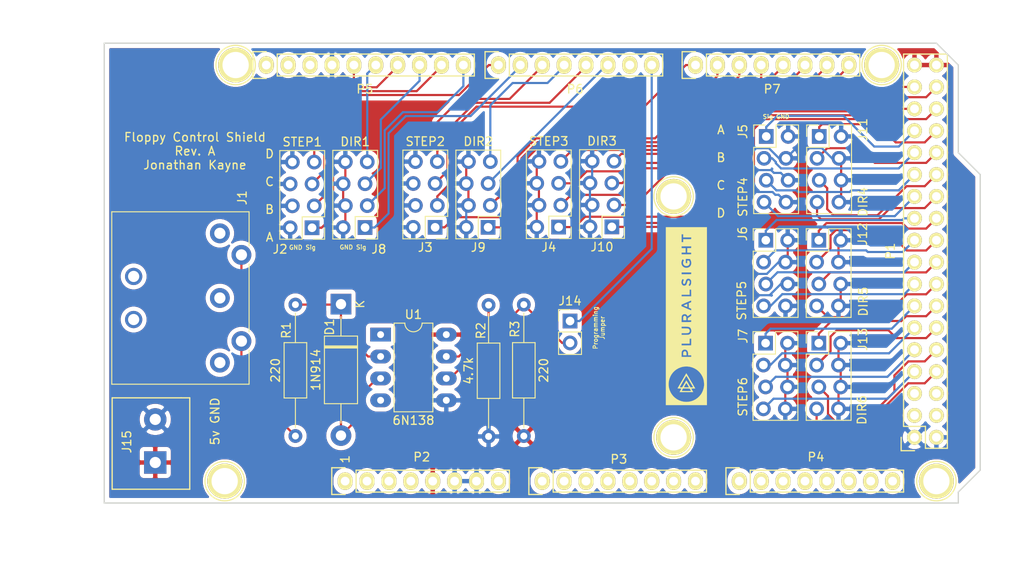
<source format=kicad_pcb>
(kicad_pcb (version 20171130) (host pcbnew "(5.1.10)-1")
  (title_block (date "mar. 31 mars 2015"))
  (layers (0 F.Cu signal) (31 B.Cu signal) (34 B.Paste user) (35 F.Paste user) (36 B.SilkS user) (37 F.SilkS user) (38 B.Mask user) (39 F.Mask user) (44 Edge.Cuts user))
  (net 0 "")
  (net 1 GND)
  (net 2 "/52(SCK)")
  (net 3 "/53(SS)")
  (net 4 "/50(MISO)")
  (net 5 "/51(MOSI)")
  (net 6 /48)
  (net 7 /49)
  (net 8 /46)
  (net 9 /47)
  (net 10 /44)
  (net 11 /45)
  (net 12 /42)
  (net 13 /43)
  (net 14 /40)
  (net 15 /41)
  (net 16 /38)
  (net 17 /39)
  (net 18 /36)
  (net 19 /37)
  (net 20 /34)
  (net 21 /35)
  (net 22 /32)
  (net 23 /33)
  (net 24 /30)
  (net 25 /31)
  (net 26 /28)
  (net 27 /29)
  (net 28 /26)
  (net 29 /27)
  (net 30 /24)
  (net 31 /25)
  (net 32 /22)
  (net 33 /23)
  (net 34 +5V)
  (net 35 /IOREF)
  (net 36 /Reset)
  (net 37 /Vin)
  (net 38 /A0)
  (net 39 /A1)
  (net 40 /A2)
  (net 41 /A3)
  (net 42 /A4)
  (net 43 /A5)
  (net 44 /A6)
  (net 45 /A7)
  (net 46 /A8)
  (net 47 /A9)
  (net 48 /A10)
  (net 49 /A11)
  (net 50 /A12)
  (net 51 /A13)
  (net 52 /A14)
  (net 53 /A15)
  (net 54 /SCL)
  (net 55 /SDA)
  (net 56 /AREF)
  (net 57 "/13(**)")
  (net 58 "/12(**)")
  (net 59 "/11(**)")
  (net 60 "/10(**)")
  (net 61 "/9(**)")
  (net 62 "/8(**)")
  (net 63 "/7(**)")
  (net 64 "/6(**)")
  (net 65 "/5(**)")
  (net 66 "/4(**)")
  (net 67 "/3(**)")
  (net 68 "/2(**)")
  (net 69 "/20(SDA)")
  (net 70 "/21(SCL)")
  (net 71 "Net-(P8-Pad1)")
  (net 72 "Net-(P9-Pad1)")
  (net 73 "Net-(P10-Pad1)")
  (net 74 "Net-(P11-Pad1)")
  (net 75 "Net-(P12-Pad1)")
  (net 76 "Net-(P13-Pad1)")
  (net 77 "Net-(P2-Pad1)")
  (net 78 +3V3)
  (net 79 "/1(Tx0)")
  (net 80 "/0(Rx0)")
  (net 81 "/14(Tx3)")
  (net 82 "/15(Rx3)")
  (net 83 "/16(Tx2)")
  (net 84 "/17(Rx2)")
  (net 85 "/18(Tx1)")
  (net 86 "/19(Rx1)")
  (net 87 "Net-(D1-Pad1)")
  (net 88 "Net-(D1-Pad2)")
  (net 89 "Net-(J1-Pad3)")
  (net 90 "Net-(J1-Pad2)")
  (net 91 "Net-(J1-Pad1)")
  (net 92 "Net-(J1-Pad4)")
  (net 93 MIDI_Rx)
  (net 94 "Net-(R2-Pad1)")
  (net 95 "Net-(U1-Pad1)")
  (net 96 "Net-(U1-Pad4)")
  (module "Pluralsight:Pluralsight Logo_Small" (layer F.Cu) (at 170.8912 99.9998 90)
    (fp_text reference G*** hide)
    (fp_text value LOGO hide)
  )
  (module Socket_Arduino_Mega:Socket_Strip_Arduino_2x18 (layer F.Cu) (at 197.358 114.046 90)
    (fp_text reference P1 (at 21.59 -2.794 90) (layer F.SilkS))
    (fp_text value Digital)
    (pad 1 thru_hole circle (at 0 0 90) (size 1.7272 1.7272) (drill 1.016) (layers *.Cu *.Mask F.SilkS) (net 1 GND))
    (pad 2 thru_hole oval (at 0 2.54 90) (size 1.7272 1.7272) (drill 1.016) (layers *.Cu *.Mask F.SilkS) (net 1 GND))
    (pad 3 thru_hole oval (at 2.54 0 90) (size 1.7272 1.7272) (drill 1.016) (layers *.Cu *.Mask F.SilkS) (net 2 "/52(SCK)"))
    (pad 4 thru_hole oval (at 2.54 2.54 90) (size 1.7272 1.7272) (drill 1.016) (layers *.Cu *.Mask F.SilkS) (net 3 "/53(SS)"))
    (pad 5 thru_hole oval (at 5.08 0 90) (size 1.7272 1.7272) (drill 1.016) (layers *.Cu *.Mask F.SilkS) (net 4 "/50(MISO)"))
    (pad 6 thru_hole oval (at 5.08 2.54 90) (size 1.7272 1.7272) (drill 1.016) (layers *.Cu *.Mask F.SilkS) (net 5 "/51(MOSI)"))
    (pad 7 thru_hole oval (at 7.62 0 90) (size 1.7272 1.7272) (drill 1.016) (layers *.Cu *.Mask F.SilkS) (net 6 /48))
    (pad 8 thru_hole oval (at 7.62 2.54 90) (size 1.7272 1.7272) (drill 1.016) (layers *.Cu *.Mask F.SilkS) (net 7 /49))
    (pad 9 thru_hole oval (at 10.16 0 90) (size 1.7272 1.7272) (drill 1.016) (layers *.Cu *.Mask F.SilkS) (net 8 /46))
    (pad 10 thru_hole oval (at 10.16 2.54 90) (size 1.7272 1.7272) (drill 1.016) (layers *.Cu *.Mask F.SilkS) (net 9 /47))
    (pad 11 thru_hole oval (at 12.7 0 90) (size 1.7272 1.7272) (drill 1.016) (layers *.Cu *.Mask F.SilkS) (net 10 /44))
    (pad 12 thru_hole oval (at 12.7 2.54 90) (size 1.7272 1.7272) (drill 1.016) (layers *.Cu *.Mask F.SilkS) (net 11 /45))
    (pad 13 thru_hole oval (at 15.24 0 90) (size 1.7272 1.7272) (drill 1.016) (layers *.Cu *.Mask F.SilkS) (net 12 /42))
    (pad 14 thru_hole oval (at 15.24 2.54 90) (size 1.7272 1.7272) (drill 1.016) (layers *.Cu *.Mask F.SilkS) (net 13 /43))
    (pad 15 thru_hole oval (at 17.78 0 90) (size 1.7272 1.7272) (drill 1.016) (layers *.Cu *.Mask F.SilkS) (net 14 /40))
    (pad 16 thru_hole oval (at 17.78 2.54 90) (size 1.7272 1.7272) (drill 1.016) (layers *.Cu *.Mask F.SilkS) (net 15 /41))
    (pad 17 thru_hole oval (at 20.32 0 90) (size 1.7272 1.7272) (drill 1.016) (layers *.Cu *.Mask F.SilkS) (net 16 /38))
    (pad 18 thru_hole oval (at 20.32 2.54 90) (size 1.7272 1.7272) (drill 1.016) (layers *.Cu *.Mask F.SilkS) (net 17 /39))
    (pad 19 thru_hole oval (at 22.86 0 90) (size 1.7272 1.7272) (drill 1.016) (layers *.Cu *.Mask F.SilkS) (net 18 /36))
    (pad 20 thru_hole oval (at 22.86 2.54 90) (size 1.7272 1.7272) (drill 1.016) (layers *.Cu *.Mask F.SilkS) (net 19 /37))
    (pad 21 thru_hole oval (at 25.4 0 90) (size 1.7272 1.7272) (drill 1.016) (layers *.Cu *.Mask F.SilkS) (net 20 /34))
    (pad 22 thru_hole oval (at 25.4 2.54 90) (size 1.7272 1.7272) (drill 1.016) (layers *.Cu *.Mask F.SilkS) (net 21 /35))
    (pad 23 thru_hole oval (at 27.94 0 90) (size 1.7272 1.7272) (drill 1.016) (layers *.Cu *.Mask F.SilkS) (net 22 /32))
    (pad 24 thru_hole oval (at 27.94 2.54 90) (size 1.7272 1.7272) (drill 1.016) (layers *.Cu *.Mask F.SilkS) (net 23 /33))
    (pad 25 thru_hole oval (at 30.48 0 90) (size 1.7272 1.7272) (drill 1.016) (layers *.Cu *.Mask F.SilkS) (net 24 /30))
    (pad 26 thru_hole oval (at 30.48 2.54 90) (size 1.7272 1.7272) (drill 1.016) (layers *.Cu *.Mask F.SilkS) (net 25 /31))
    (pad 27 thru_hole oval (at 33.02 0 90) (size 1.7272 1.7272) (drill 1.016) (layers *.Cu *.Mask F.SilkS) (net 26 /28))
    (pad 28 thru_hole oval (at 33.02 2.54 90) (size 1.7272 1.7272) (drill 1.016) (layers *.Cu *.Mask F.SilkS) (net 27 /29))
    (pad 29 thru_hole oval (at 35.56 0 90) (size 1.7272 1.7272) (drill 1.016) (layers *.Cu *.Mask F.SilkS) (net 28 /26))
    (pad 30 thru_hole oval (at 35.56 2.54 90) (size 1.7272 1.7272) (drill 1.016) (layers *.Cu *.Mask F.SilkS) (net 29 /27))
    (pad 31 thru_hole oval (at 38.1 0 90) (size 1.7272 1.7272) (drill 1.016) (layers *.Cu *.Mask F.SilkS) (net 30 /24))
    (pad 32 thru_hole oval (at 38.1 2.54 90) (size 1.7272 1.7272) (drill 1.016) (layers *.Cu *.Mask F.SilkS) (net 31 /25))
    (pad 33 thru_hole oval (at 40.64 0 90) (size 1.7272 1.7272) (drill 1.016) (layers *.Cu *.Mask F.SilkS) (net 32 /22))
    (pad 34 thru_hole oval (at 40.64 2.54 90) (size 1.7272 1.7272) (drill 1.016) (layers *.Cu *.Mask F.SilkS) (net 33 /23))
    (pad 35 thru_hole oval (at 43.18 0 90) (size 1.7272 1.7272) (drill 1.016) (layers *.Cu *.Mask F.SilkS) (net 34 +5V))
    (pad 36 thru_hole oval (at 43.18 2.54 90) (size 1.7272 1.7272) (drill 1.016) (layers *.Cu *.Mask F.SilkS) (net 34 +5V))
  )
  (module Socket_Arduino_Mega:Socket_Strip_Arduino_1x08 (layer F.Cu) (at 131.318 119.126)
    (fp_text reference P2 (at 8.89 -2.794) (layer F.SilkS))
    (fp_text value Power)
    (pad 1 thru_hole oval (at 0 0) (size 1.7272 2.032) (drill 1.016) (layers *.Cu *.Mask F.SilkS) (net 77 "Net-(P2-Pad1)"))
    (pad 2 thru_hole oval (at 2.54 0) (size 1.7272 2.032) (drill 1.016) (layers *.Cu *.Mask F.SilkS) (net 35 /IOREF))
    (pad 3 thru_hole oval (at 5.08 0) (size 1.7272 2.032) (drill 1.016) (layers *.Cu *.Mask F.SilkS) (net 36 /Reset))
    (pad 4 thru_hole oval (at 7.62 0) (size 1.7272 2.032) (drill 1.016) (layers *.Cu *.Mask F.SilkS) (net 78 +3V3))
    (pad 5 thru_hole oval (at 10.16 0) (size 1.7272 2.032) (drill 1.016) (layers *.Cu *.Mask F.SilkS) (net 34 +5V))
    (pad 6 thru_hole oval (at 12.7 0) (size 1.7272 2.032) (drill 1.016) (layers *.Cu *.Mask F.SilkS) (net 1 GND))
    (pad 7 thru_hole oval (at 15.24 0) (size 1.7272 2.032) (drill 1.016) (layers *.Cu *.Mask F.SilkS) (net 1 GND))
    (pad 8 thru_hole oval (at 17.78 0) (size 1.7272 2.032) (drill 1.016) (layers *.Cu *.Mask F.SilkS) (net 37 /Vin))
  )
  (module Socket_Arduino_Mega:Socket_Strip_Arduino_1x08 (layer F.Cu) (at 154.178 119.126)
    (fp_text reference P3 (at 8.89 -2.54) (layer F.SilkS))
    (fp_text value Analog)
    (pad 1 thru_hole oval (at 0 0) (size 1.7272 2.032) (drill 1.016) (layers *.Cu *.Mask F.SilkS) (net 38 /A0))
    (pad 2 thru_hole oval (at 2.54 0) (size 1.7272 2.032) (drill 1.016) (layers *.Cu *.Mask F.SilkS) (net 39 /A1))
    (pad 3 thru_hole oval (at 5.08 0) (size 1.7272 2.032) (drill 1.016) (layers *.Cu *.Mask F.SilkS) (net 40 /A2))
    (pad 4 thru_hole oval (at 7.62 0) (size 1.7272 2.032) (drill 1.016) (layers *.Cu *.Mask F.SilkS) (net 41 /A3))
    (pad 5 thru_hole oval (at 10.16 0) (size 1.7272 2.032) (drill 1.016) (layers *.Cu *.Mask F.SilkS) (net 42 /A4))
    (pad 6 thru_hole oval (at 12.7 0) (size 1.7272 2.032) (drill 1.016) (layers *.Cu *.Mask F.SilkS) (net 43 /A5))
    (pad 7 thru_hole oval (at 15.24 0) (size 1.7272 2.032) (drill 1.016) (layers *.Cu *.Mask F.SilkS) (net 44 /A6))
    (pad 8 thru_hole oval (at 17.78 0) (size 1.7272 2.032) (drill 1.016) (layers *.Cu *.Mask F.SilkS) (net 45 /A7))
  )
  (module Socket_Arduino_Mega:Socket_Strip_Arduino_1x08 (layer F.Cu) (at 177.038 119.126)
    (fp_text reference P4 (at 8.89 -2.794) (layer F.SilkS))
    (fp_text value Analog)
    (pad 1 thru_hole oval (at 0 0) (size 1.7272 2.032) (drill 1.016) (layers *.Cu *.Mask F.SilkS) (net 46 /A8))
    (pad 2 thru_hole oval (at 2.54 0) (size 1.7272 2.032) (drill 1.016) (layers *.Cu *.Mask F.SilkS) (net 47 /A9))
    (pad 3 thru_hole oval (at 5.08 0) (size 1.7272 2.032) (drill 1.016) (layers *.Cu *.Mask F.SilkS) (net 48 /A10))
    (pad 4 thru_hole oval (at 7.62 0) (size 1.7272 2.032) (drill 1.016) (layers *.Cu *.Mask F.SilkS) (net 49 /A11))
    (pad 5 thru_hole oval (at 10.16 0) (size 1.7272 2.032) (drill 1.016) (layers *.Cu *.Mask F.SilkS) (net 50 /A12))
    (pad 6 thru_hole oval (at 12.7 0) (size 1.7272 2.032) (drill 1.016) (layers *.Cu *.Mask F.SilkS) (net 51 /A13))
    (pad 7 thru_hole oval (at 15.24 0) (size 1.7272 2.032) (drill 1.016) (layers *.Cu *.Mask F.SilkS) (net 52 /A14))
    (pad 8 thru_hole oval (at 17.78 0) (size 1.7272 2.032) (drill 1.016) (layers *.Cu *.Mask F.SilkS) (net 53 /A15))
  )
  (module Socket_Arduino_Mega:Socket_Strip_Arduino_1x10 (layer F.Cu) (at 122.174 70.866)
    (fp_text reference P5 (at 11.43 2.794) (layer F.SilkS))
    (fp_text value PWM)
    (pad 1 thru_hole oval (at 0 0) (size 1.7272 2.032) (drill 1.016) (layers *.Cu *.Mask F.SilkS) (net 54 /SCL))
    (pad 2 thru_hole oval (at 2.54 0) (size 1.7272 2.032) (drill 1.016) (layers *.Cu *.Mask F.SilkS) (net 55 /SDA))
    (pad 3 thru_hole oval (at 5.08 0) (size 1.7272 2.032) (drill 1.016) (layers *.Cu *.Mask F.SilkS) (net 56 /AREF))
    (pad 4 thru_hole oval (at 7.62 0) (size 1.7272 2.032) (drill 1.016) (layers *.Cu *.Mask F.SilkS) (net 1 GND))
    (pad 5 thru_hole oval (at 10.16 0) (size 1.7272 2.032) (drill 1.016) (layers *.Cu *.Mask F.SilkS) (net 57 "/13(**)"))
    (pad 6 thru_hole oval (at 12.7 0) (size 1.7272 2.032) (drill 1.016) (layers *.Cu *.Mask F.SilkS) (net 58 "/12(**)"))
    (pad 7 thru_hole oval (at 15.24 0) (size 1.7272 2.032) (drill 1.016) (layers *.Cu *.Mask F.SilkS) (net 59 "/11(**)"))
    (pad 8 thru_hole oval (at 17.78 0) (size 1.7272 2.032) (drill 1.016) (layers *.Cu *.Mask F.SilkS) (net 60 "/10(**)"))
    (pad 9 thru_hole oval (at 20.32 0) (size 1.7272 2.032) (drill 1.016) (layers *.Cu *.Mask F.SilkS) (net 61 "/9(**)"))
    (pad 10 thru_hole oval (at 22.86 0) (size 1.7272 2.032) (drill 1.016) (layers *.Cu *.Mask F.SilkS) (net 62 "/8(**)"))
  )
  (module Socket_Arduino_Mega:Socket_Strip_Arduino_1x08 (layer F.Cu) (at 149.098 70.866)
    (fp_text reference P6 (at 8.89 2.794) (layer F.SilkS))
    (fp_text value PWM)
    (pad 1 thru_hole oval (at 0 0) (size 1.7272 2.032) (drill 1.016) (layers *.Cu *.Mask F.SilkS) (net 63 "/7(**)"))
    (pad 2 thru_hole oval (at 2.54 0) (size 1.7272 2.032) (drill 1.016) (layers *.Cu *.Mask F.SilkS) (net 64 "/6(**)"))
    (pad 3 thru_hole oval (at 5.08 0) (size 1.7272 2.032) (drill 1.016) (layers *.Cu *.Mask F.SilkS) (net 65 "/5(**)"))
    (pad 4 thru_hole oval (at 7.62 0) (size 1.7272 2.032) (drill 1.016) (layers *.Cu *.Mask F.SilkS) (net 66 "/4(**)"))
    (pad 5 thru_hole oval (at 10.16 0) (size 1.7272 2.032) (drill 1.016) (layers *.Cu *.Mask F.SilkS) (net 67 "/3(**)"))
    (pad 6 thru_hole oval (at 12.7 0) (size 1.7272 2.032) (drill 1.016) (layers *.Cu *.Mask F.SilkS) (net 68 "/2(**)"))
    (pad 7 thru_hole oval (at 15.24 0) (size 1.7272 2.032) (drill 1.016) (layers *.Cu *.Mask F.SilkS) (net 79 "/1(Tx0)"))
    (pad 8 thru_hole oval (at 17.78 0) (size 1.7272 2.032) (drill 1.016) (layers *.Cu *.Mask F.SilkS) (net 80 "/0(Rx0)"))
  )
  (module Socket_Arduino_Mega:Socket_Strip_Arduino_1x08 (layer F.Cu) (at 171.958 70.866)
    (fp_text reference P7 (at 8.89 2.794) (layer F.SilkS))
    (fp_text value Communication)
    (pad 1 thru_hole oval (at 0 0) (size 1.7272 2.032) (drill 1.016) (layers *.Cu *.Mask F.SilkS) (net 81 "/14(Tx3)"))
    (pad 2 thru_hole oval (at 2.54 0) (size 1.7272 2.032) (drill 1.016) (layers *.Cu *.Mask F.SilkS) (net 82 "/15(Rx3)"))
    (pad 3 thru_hole oval (at 5.08 0) (size 1.7272 2.032) (drill 1.016) (layers *.Cu *.Mask F.SilkS) (net 83 "/16(Tx2)"))
    (pad 4 thru_hole oval (at 7.62 0) (size 1.7272 2.032) (drill 1.016) (layers *.Cu *.Mask F.SilkS) (net 84 "/17(Rx2)"))
    (pad 5 thru_hole oval (at 10.16 0) (size 1.7272 2.032) (drill 1.016) (layers *.Cu *.Mask F.SilkS) (net 85 "/18(Tx1)"))
    (pad 6 thru_hole oval (at 12.7 0) (size 1.7272 2.032) (drill 1.016) (layers *.Cu *.Mask F.SilkS) (net 86 "/19(Rx1)"))
    (pad 7 thru_hole oval (at 15.24 0) (size 1.7272 2.032) (drill 1.016) (layers *.Cu *.Mask F.SilkS) (net 69 "/20(SDA)"))
    (pad 8 thru_hole oval (at 17.78 0) (size 1.7272 2.032) (drill 1.016) (layers *.Cu *.Mask F.SilkS) (net 70 "/21(SCL)"))
  )
  (module Socket_Arduino_Mega:Arduino_1pin (layer F.Cu) (at 117.348 119.126)
    (fp_text reference P8 hide)
    (fp_text value CONN_01X01 hide)
    (pad 1 thru_hole circle (at 0 0) (size 4.064 4.064) (drill 3.048) (layers *.Cu *.Mask F.SilkS) (net 71 "Net-(P8-Pad1)"))
  )
  (module Socket_Arduino_Mega:Arduino_1pin (layer F.Cu) (at 169.418 114.046)
    (fp_text reference P9 hide)
    (fp_text value CONN_01X01 hide)
    (pad 1 thru_hole circle (at 0 0) (size 4.064 4.064) (drill 3.048) (layers *.Cu *.Mask F.SilkS) (net 72 "Net-(P9-Pad1)"))
  )
  (module Socket_Arduino_Mega:Arduino_1pin (layer F.Cu) (at 199.898 119.126)
    (fp_text reference P10 hide)
    (fp_text value CONN_01X01 hide)
    (pad 1 thru_hole circle (at 0 0) (size 4.064 4.064) (drill 3.048) (layers *.Cu *.Mask F.SilkS) (net 73 "Net-(P10-Pad1)"))
  )
  (module Socket_Arduino_Mega:Arduino_1pin (layer F.Cu) (at 118.618 70.866)
    (fp_text reference P11 hide)
    (fp_text value CONN_01X01 hide)
    (pad 1 thru_hole circle (at 0 0) (size 4.064 4.064) (drill 3.048) (layers *.Cu *.Mask F.SilkS) (net 74 "Net-(P11-Pad1)"))
  )
  (module Socket_Arduino_Mega:Arduino_1pin (layer F.Cu) (at 169.418 86.106)
    (fp_text reference P12 hide)
    (fp_text value CONN_01X01 hide)
    (pad 1 thru_hole circle (at 0 0) (size 4.064 4.064) (drill 3.048) (layers *.Cu *.Mask F.SilkS) (net 75 "Net-(P12-Pad1)"))
  )
  (module Socket_Arduino_Mega:Arduino_1pin (layer F.Cu) (at 193.548 70.866)
    (fp_text reference P13 hide)
    (fp_text value CONN_01X01 hide)
    (pad 1 thru_hole circle (at 0 0) (size 4.064 4.064) (drill 3.048) (layers *.Cu *.Mask F.SilkS) (net 76 "Net-(P13-Pad1)"))
  )
  (module Diode_THT:D_DO-15_P15.24mm_Horizontal (layer F.Cu) (at 130.8354 98.6028 270)
    (fp_text reference D1 (at 2.6416 1.3208 270) (layer F.SilkS))
    (fp_text value 1N914 (at 7.62 2.92 270) (layer F.SilkS))
    (fp_text user K (at 0 -2.2 270) (layer F.SilkS))
    (pad 1 thru_hole rect (at 0 0 270) (size 2.4 2.4) (drill 1.2) (layers *.Cu *.Mask) (net 87 "Net-(D1-Pad1)"))
    (pad 2 thru_hole oval (at 15.24 0 270) (size 2.4 2.4) (drill 1.2) (layers *.Cu *.Mask) (net 88 "Net-(D1-Pad2)"))
  )
  (module Connectors:SDS-50J (layer F.Cu) (at 116.7892 105.3846 90)
    (fp_text reference J1 (at 19.1262 2.5908 90) (layer F.SilkS))
    (fp_text value "MIDI DIN")
    (pad 5 thru_hole circle (at 12.5 2.5 90) (size 2.3 2.3) (drill 1.3) (layers *.Cu *.Mask) (net 88 "Net-(D1-Pad2)"))
    (pad "" thru_hole circle (at 5 -10 90) (size 2 2) (drill 1.3) (layers *.Cu *.Mask))
    (pad 3 thru_hole circle (at 15 0 90) (size 2.3 2.3) (drill 1.3) (layers *.Cu *.Mask) (net 89 "Net-(J1-Pad3)"))
    (pad 2 thru_hole circle (at 7.5 0 90) (size 2.3 2.3) (drill 1.3) (layers *.Cu *.Mask) (net 90 "Net-(J1-Pad2)"))
    (pad 1 thru_hole circle (at 0 0 90) (size 2.3 2.3) (drill 1.3) (layers *.Cu *.Mask) (net 91 "Net-(J1-Pad1)"))
    (pad 4 thru_hole circle (at 2.5 2.5 90) (size 2.3 2.3) (drill 1.3) (layers *.Cu *.Mask) (net 92 "Net-(J1-Pad4)"))
    (pad "" thru_hole circle (at 10 -10 90) (size 2 2) (drill 1.3) (layers *.Cu *.Mask))
  )
  (module Pluralsight:PinHeader_2x04_P2.54mm_Vertical_zigzag (layer F.Cu) (at 127.6096 89.7382 180)
    (fp_text reference J2 (at 3.8354 -2.4892 180) (layer F.SilkS))
    (fp_text value STEP1 (at 1.27 9.95 180) (layer F.SilkS))
    (pad 1 thru_hole rect (at 0.127 0 180) (size 1.7 1.7) (drill 1) (layers *.Cu *.Mask) (net 63 "/7(**)"))
    (pad 2 thru_hole oval (at 2.667 0 180) (size 1.7 1.7) (drill 1) (layers *.Cu *.Mask) (net 1 GND))
    (pad 3 thru_hole oval (at -0.127 2.54 180) (size 1.7 1.7) (drill 1) (layers *.Cu *.Mask) (net 61 "/9(**)"))
    (pad 4 thru_hole oval (at 2.413 2.54 180) (size 1.7 1.7) (drill 1) (layers *.Cu *.Mask) (net 1 GND))
    (pad 5 thru_hole oval (at 0.127 5.08 180) (size 1.7 1.7) (drill 1) (layers *.Cu *.Mask) (net 59 "/11(**)"))
    (pad 6 thru_hole oval (at 2.667 5.08 180) (size 1.7 1.7) (drill 1) (layers *.Cu *.Mask) (net 1 GND))
    (pad 7 thru_hole oval (at -0.127 7.62 180) (size 1.7 1.7) (drill 1) (layers *.Cu *.Mask) (net 57 "/13(**)"))
    (pad 8 thru_hole oval (at 2.413 7.62 180) (size 1.7 1.7) (drill 1) (layers *.Cu *.Mask) (net 1 GND))
  )
  (module Pluralsight:PinHeader_2x04_P2.54mm_Vertical_zigzag (layer F.Cu) (at 141.8844 89.6874 180)
    (fp_text reference J3 (at 1.27 -2.33 180) (layer F.SilkS))
    (fp_text value STEP2 (at 1.27 9.95 180) (layer F.SilkS))
    (pad 1 thru_hole rect (at 0.127 0 180) (size 1.7 1.7) (drill 1) (layers *.Cu *.Mask) (net 83 "/16(Tx2)"))
    (pad 2 thru_hole oval (at 2.667 0 180) (size 1.7 1.7) (drill 1) (layers *.Cu *.Mask) (net 1 GND))
    (pad 3 thru_hole oval (at -0.127 2.54 180) (size 1.7 1.7) (drill 1) (layers *.Cu *.Mask) (net 81 "/14(Tx3)"))
    (pad 4 thru_hole oval (at 2.413 2.54 180) (size 1.7 1.7) (drill 1) (layers *.Cu *.Mask) (net 1 GND))
    (pad 5 thru_hole oval (at 0.127 5.08 180) (size 1.7 1.7) (drill 1) (layers *.Cu *.Mask) (net 67 "/3(**)"))
    (pad 6 thru_hole oval (at 2.667 5.08 180) (size 1.7 1.7) (drill 1) (layers *.Cu *.Mask) (net 1 GND))
    (pad 7 thru_hole oval (at -0.127 7.62 180) (size 1.7 1.7) (drill 1) (layers *.Cu *.Mask) (net 65 "/5(**)"))
    (pad 8 thru_hole oval (at 2.413 7.62 180) (size 1.7 1.7) (drill 1) (layers *.Cu *.Mask) (net 1 GND))
  )
  (module Pluralsight:PinHeader_2x04_P2.54mm_Vertical_zigzag (layer F.Cu) (at 156.21 89.662 180)
    (fp_text reference J4 (at 1.27 -2.33 180) (layer F.SilkS))
    (fp_text value STEP3 (at 1.27 9.95 180) (layer F.SilkS))
    (pad 1 thru_hole rect (at 0.127 0 180) (size 1.7 1.7) (drill 1) (layers *.Cu *.Mask) (net 30 /24))
    (pad 2 thru_hole oval (at 2.667 0 180) (size 1.7 1.7) (drill 1) (layers *.Cu *.Mask) (net 1 GND))
    (pad 3 thru_hole oval (at -0.127 2.54 180) (size 1.7 1.7) (drill 1) (layers *.Cu *.Mask) (net 32 /22))
    (pad 4 thru_hole oval (at 2.413 2.54 180) (size 1.7 1.7) (drill 1) (layers *.Cu *.Mask) (net 1 GND))
    (pad 5 thru_hole oval (at 0.127 5.08 180) (size 1.7 1.7) (drill 1) (layers *.Cu *.Mask) (net 69 "/20(SDA)"))
    (pad 6 thru_hole oval (at 2.667 5.08 180) (size 1.7 1.7) (drill 1) (layers *.Cu *.Mask) (net 1 GND))
    (pad 7 thru_hole oval (at -0.127 7.62 180) (size 1.7 1.7) (drill 1) (layers *.Cu *.Mask) (net 85 "/18(Tx1)"))
    (pad 8 thru_hole oval (at 2.413 7.62 180) (size 1.7 1.7) (drill 1) (layers *.Cu *.Mask) (net 1 GND))
  )
  (module Pluralsight:PinHeader_2x04_P2.54mm_Vertical_zigzag (layer F.Cu) (at 180.0352 79.1464)
    (fp_text reference J5 (at -2.5908 -0.5588 90) (layer F.SilkS))
    (fp_text value STEP4 (at -2.5908 7.0358 90) (layer F.SilkS))
    (pad 1 thru_hole rect (at 0.127 0) (size 1.7 1.7) (drill 1) (layers *.Cu *.Mask) (net 28 /26))
    (pad 2 thru_hole oval (at 2.667 0) (size 1.7 1.7) (drill 1) (layers *.Cu *.Mask) (net 1 GND))
    (pad 3 thru_hole oval (at -0.127 2.54) (size 1.7 1.7) (drill 1) (layers *.Cu *.Mask) (net 26 /28))
    (pad 4 thru_hole oval (at 2.413 2.54) (size 1.7 1.7) (drill 1) (layers *.Cu *.Mask) (net 1 GND))
    (pad 5 thru_hole oval (at 0.127 5.08) (size 1.7 1.7) (drill 1) (layers *.Cu *.Mask) (net 24 /30))
    (pad 6 thru_hole oval (at 2.667 5.08) (size 1.7 1.7) (drill 1) (layers *.Cu *.Mask) (net 1 GND))
    (pad 7 thru_hole oval (at -0.127 7.62) (size 1.7 1.7) (drill 1) (layers *.Cu *.Mask) (net 22 /32))
    (pad 8 thru_hole oval (at 2.413 7.62) (size 1.7 1.7) (drill 1) (layers *.Cu *.Mask) (net 1 GND))
  )
  (module Pluralsight:PinHeader_2x04_P2.54mm_Vertical_zigzag (layer F.Cu) (at 179.9844 91.186)
    (fp_text reference J6 (at -2.5654 -0.762 90) (layer F.SilkS))
    (fp_text value STEP5 (at -2.667 7.0104 90) (layer F.SilkS))
    (pad 1 thru_hole rect (at 0.127 0) (size 1.7 1.7) (drill 1) (layers *.Cu *.Mask) (net 20 /34))
    (pad 2 thru_hole oval (at 2.667 0) (size 1.7 1.7) (drill 1) (layers *.Cu *.Mask) (net 1 GND))
    (pad 3 thru_hole oval (at -0.127 2.54) (size 1.7 1.7) (drill 1) (layers *.Cu *.Mask) (net 18 /36))
    (pad 4 thru_hole oval (at 2.413 2.54) (size 1.7 1.7) (drill 1) (layers *.Cu *.Mask) (net 1 GND))
    (pad 5 thru_hole oval (at 0.127 5.08) (size 1.7 1.7) (drill 1) (layers *.Cu *.Mask) (net 16 /38))
    (pad 6 thru_hole oval (at 2.667 5.08) (size 1.7 1.7) (drill 1) (layers *.Cu *.Mask) (net 1 GND))
    (pad 7 thru_hole oval (at -0.127 7.62) (size 1.7 1.7) (drill 1) (layers *.Cu *.Mask) (net 14 /40))
    (pad 8 thru_hole oval (at 2.413 7.62) (size 1.7 1.7) (drill 1) (layers *.Cu *.Mask) (net 1 GND))
  )
  (module Pluralsight:PinHeader_2x04_P2.54mm_Vertical_zigzag (layer F.Cu) (at 179.959 103.124)
    (fp_text reference J7 (at -2.4892 -0.8128 90) (layer F.SilkS))
    (fp_text value STEP6 (at -2.5146 6.223 90) (layer F.SilkS))
    (pad 1 thru_hole rect (at 0.127 0) (size 1.7 1.7) (drill 1) (layers *.Cu *.Mask) (net 12 /42))
    (pad 2 thru_hole oval (at 2.667 0) (size 1.7 1.7) (drill 1) (layers *.Cu *.Mask) (net 1 GND))
    (pad 3 thru_hole oval (at -0.127 2.54) (size 1.7 1.7) (drill 1) (layers *.Cu *.Mask) (net 10 /44))
    (pad 4 thru_hole oval (at 2.413 2.54) (size 1.7 1.7) (drill 1) (layers *.Cu *.Mask) (net 1 GND))
    (pad 5 thru_hole oval (at 0.127 5.08) (size 1.7 1.7) (drill 1) (layers *.Cu *.Mask) (net 8 /46))
    (pad 6 thru_hole oval (at 2.667 5.08) (size 1.7 1.7) (drill 1) (layers *.Cu *.Mask) (net 1 GND))
    (pad 7 thru_hole oval (at -0.127 7.62) (size 1.7 1.7) (drill 1) (layers *.Cu *.Mask) (net 6 /48))
    (pad 8 thru_hole oval (at 2.413 7.62) (size 1.7 1.7) (drill 1) (layers *.Cu *.Mask) (net 1 GND))
  )
  (module Pluralsight:PinHeader_2x04_P2.54mm_Vertical_zigzag (layer F.Cu) (at 133.7564 89.7128 180)
    (fp_text reference J8 (at -1.4732 -2.5146 180) (layer F.SilkS))
    (fp_text value DIR1 (at 1.27 9.95 180) (layer F.SilkS))
    (pad 8 thru_hole oval (at 2.413 7.62 180) (size 1.7 1.7) (drill 1) (layers *.Cu *.Mask) (net 1 GND))
    (pad 7 thru_hole oval (at -0.127 7.62 180) (size 1.7 1.7) (drill 1) (layers *.Cu *.Mask) (net 58 "/12(**)"))
    (pad 6 thru_hole oval (at 2.667 5.08 180) (size 1.7 1.7) (drill 1) (layers *.Cu *.Mask) (net 1 GND))
    (pad 5 thru_hole oval (at 0.127 5.08 180) (size 1.7 1.7) (drill 1) (layers *.Cu *.Mask) (net 60 "/10(**)"))
    (pad 4 thru_hole oval (at 2.413 2.54 180) (size 1.7 1.7) (drill 1) (layers *.Cu *.Mask) (net 1 GND))
    (pad 3 thru_hole oval (at -0.127 2.54 180) (size 1.7 1.7) (drill 1) (layers *.Cu *.Mask) (net 62 "/8(**)"))
    (pad 2 thru_hole oval (at 2.667 0 180) (size 1.7 1.7) (drill 1) (layers *.Cu *.Mask) (net 1 GND))
    (pad 1 thru_hole rect (at 0.127 0 180) (size 1.7 1.7) (drill 1) (layers *.Cu *.Mask) (net 64 "/6(**)"))
  )
  (module Pluralsight:PinHeader_2x04_P2.54mm_Vertical_zigzag (layer F.Cu) (at 148.0312 89.6874 180)
    (fp_text reference J9 (at 1.27 -2.33 180) (layer F.SilkS))
    (fp_text value DIR2 (at 1.27 9.95 180) (layer F.SilkS))
    (pad 8 thru_hole oval (at 2.413 7.62 180) (size 1.7 1.7) (drill 1) (layers *.Cu *.Mask) (net 1 GND))
    (pad 7 thru_hole oval (at -0.127 7.62 180) (size 1.7 1.7) (drill 1) (layers *.Cu *.Mask) (net 66 "/4(**)"))
    (pad 6 thru_hole oval (at 2.667 5.08 180) (size 1.7 1.7) (drill 1) (layers *.Cu *.Mask) (net 1 GND))
    (pad 5 thru_hole oval (at 0.127 5.08 180) (size 1.7 1.7) (drill 1) (layers *.Cu *.Mask) (net 68 "/2(**)"))
    (pad 4 thru_hole oval (at 2.413 2.54 180) (size 1.7 1.7) (drill 1) (layers *.Cu *.Mask) (net 1 GND))
    (pad 3 thru_hole oval (at -0.127 2.54 180) (size 1.7 1.7) (drill 1) (layers *.Cu *.Mask) (net 82 "/15(Rx3)"))
    (pad 2 thru_hole oval (at 2.667 0 180) (size 1.7 1.7) (drill 1) (layers *.Cu *.Mask) (net 1 GND))
    (pad 1 thru_hole rect (at 0.127 0 180) (size 1.7 1.7) (drill 1) (layers *.Cu *.Mask) (net 84 "/17(Rx2)"))
  )
  (module Pluralsight:PinHeader_2x04_P2.54mm_Vertical_zigzag (layer F.Cu) (at 162.3822 89.6366 180)
    (fp_text reference J10 (at 1.27 -2.33 180) (layer F.SilkS))
    (fp_text value DIR3 (at 1.27 9.95 180) (layer F.SilkS))
    (pad 8 thru_hole oval (at 2.413 7.62 180) (size 1.7 1.7) (drill 1) (layers *.Cu *.Mask) (net 1 GND))
    (pad 7 thru_hole oval (at -0.127 7.62 180) (size 1.7 1.7) (drill 1) (layers *.Cu *.Mask) (net 86 "/19(Rx1)"))
    (pad 6 thru_hole oval (at 2.667 5.08 180) (size 1.7 1.7) (drill 1) (layers *.Cu *.Mask) (net 1 GND))
    (pad 5 thru_hole oval (at 0.127 5.08 180) (size 1.7 1.7) (drill 1) (layers *.Cu *.Mask) (net 70 "/21(SCL)"))
    (pad 4 thru_hole oval (at 2.413 2.54 180) (size 1.7 1.7) (drill 1) (layers *.Cu *.Mask) (net 1 GND))
    (pad 3 thru_hole oval (at -0.127 2.54 180) (size 1.7 1.7) (drill 1) (layers *.Cu *.Mask) (net 33 /23))
    (pad 2 thru_hole oval (at 2.667 0 180) (size 1.7 1.7) (drill 1) (layers *.Cu *.Mask) (net 1 GND))
    (pad 1 thru_hole rect (at 0.127 0 180) (size 1.7 1.7) (drill 1) (layers *.Cu *.Mask) (net 31 /25))
  )
  (module Pluralsight:PinHeader_2x04_P2.54mm_Vertical_zigzag (layer F.Cu) (at 186.182 79.1464)
    (fp_text reference J11 (at 5.1816 -0.7874 90) (layer F.SilkS))
    (fp_text value DIR4 (at 5.207 7.5946 90) (layer F.SilkS))
    (pad 8 thru_hole oval (at 2.413 7.62) (size 1.7 1.7) (drill 1) (layers *.Cu *.Mask) (net 1 GND))
    (pad 7 thru_hole oval (at -0.127 7.62) (size 1.7 1.7) (drill 1) (layers *.Cu *.Mask) (net 23 /33))
    (pad 6 thru_hole oval (at 2.667 5.08) (size 1.7 1.7) (drill 1) (layers *.Cu *.Mask) (net 1 GND))
    (pad 5 thru_hole oval (at 0.127 5.08) (size 1.7 1.7) (drill 1) (layers *.Cu *.Mask) (net 25 /31))
    (pad 4 thru_hole oval (at 2.413 2.54) (size 1.7 1.7) (drill 1) (layers *.Cu *.Mask) (net 1 GND))
    (pad 3 thru_hole oval (at -0.127 2.54) (size 1.7 1.7) (drill 1) (layers *.Cu *.Mask) (net 27 /29))
    (pad 2 thru_hole oval (at 2.667 0) (size 1.7 1.7) (drill 1) (layers *.Cu *.Mask) (net 1 GND))
    (pad 1 thru_hole rect (at 0.127 0) (size 1.7 1.7) (drill 1) (layers *.Cu *.Mask) (net 29 /27))
  )
  (module Pluralsight:PinHeader_2x04_P2.54mm_Vertical_zigzag (layer F.Cu) (at 186.1312 91.186)
    (fp_text reference J12 (at 5.207 -0.7112 90) (layer F.SilkS))
    (fp_text value DIR5 (at 5.2832 7.112 90) (layer F.SilkS))
    (pad 8 thru_hole oval (at 2.413 7.62) (size 1.7 1.7) (drill 1) (layers *.Cu *.Mask) (net 1 GND))
    (pad 7 thru_hole oval (at -0.127 7.62) (size 1.7 1.7) (drill 1) (layers *.Cu *.Mask) (net 15 /41))
    (pad 6 thru_hole oval (at 2.667 5.08) (size 1.7 1.7) (drill 1) (layers *.Cu *.Mask) (net 1 GND))
    (pad 5 thru_hole oval (at 0.127 5.08) (size 1.7 1.7) (drill 1) (layers *.Cu *.Mask) (net 17 /39))
    (pad 4 thru_hole oval (at 2.413 2.54) (size 1.7 1.7) (drill 1) (layers *.Cu *.Mask) (net 1 GND))
    (pad 3 thru_hole oval (at -0.127 2.54) (size 1.7 1.7) (drill 1) (layers *.Cu *.Mask) (net 19 /37))
    (pad 2 thru_hole oval (at 2.667 0) (size 1.7 1.7) (drill 1) (layers *.Cu *.Mask) (net 1 GND))
    (pad 1 thru_hole rect (at 0.127 0) (size 1.7 1.7) (drill 1) (layers *.Cu *.Mask) (net 21 /35))
  )
  (module Pluralsight:PinHeader_2x04_P2.54mm_Vertical_zigzag (layer F.Cu) (at 186.1312 103.124)
    (fp_text reference J13 (at 5.2324 -0.4318 90) (layer F.SilkS))
    (fp_text value DIR6 (at 5.1308 7.747 90) (layer F.SilkS))
    (pad 8 thru_hole oval (at 2.413 7.62) (size 1.7 1.7) (drill 1) (layers *.Cu *.Mask) (net 1 GND))
    (pad 7 thru_hole oval (at -0.127 7.62) (size 1.7 1.7) (drill 1) (layers *.Cu *.Mask) (net 7 /49))
    (pad 6 thru_hole oval (at 2.667 5.08) (size 1.7 1.7) (drill 1) (layers *.Cu *.Mask) (net 1 GND))
    (pad 5 thru_hole oval (at 0.127 5.08) (size 1.7 1.7) (drill 1) (layers *.Cu *.Mask) (net 9 /47))
    (pad 4 thru_hole oval (at 2.413 2.54) (size 1.7 1.7) (drill 1) (layers *.Cu *.Mask) (net 1 GND))
    (pad 3 thru_hole oval (at -0.127 2.54) (size 1.7 1.7) (drill 1) (layers *.Cu *.Mask) (net 11 /45))
    (pad 2 thru_hole oval (at 2.667 0) (size 1.7 1.7) (drill 1) (layers *.Cu *.Mask) (net 1 GND))
    (pad 1 thru_hole rect (at 0.127 0) (size 1.7 1.7) (drill 1) (layers *.Cu *.Mask) (net 13 /43))
  )
  (module Connector_PinHeader_2.54mm:PinHeader_1x02_P2.54mm_Vertical (layer F.Cu) (at 157.4038 100.5586)
    (fp_text reference J14 (at 0 -2.33) (layer F.SilkS))
    (fp_text value "Prog Jumper")
    (pad 1 thru_hole rect (at 0 0) (size 1.7 1.7) (drill 1) (layers *.Cu *.Mask) (net 80 "/0(Rx0)"))
    (pad 2 thru_hole oval (at 0 2.54) (size 1.7 1.7) (drill 1) (layers *.Cu *.Mask) (net 93 MIDI_Rx))
  )
  (module Pluralsight:2_Pos_Screw_Term (layer F.Cu) (at 109.2962 116.967 90)
    (fp_text reference J15 (at 2.4 -3.3 90) (layer F.SilkS))
    (fp_text value Power)
    (pad 1 thru_hole rect (at 0 0 90) (size 2.6 2.6) (drill 1.3) (layers *.Cu *.Mask) (net 34 +5V))
    (pad 2 thru_hole circle (at 5 0 90) (size 2.6 2.6) (drill 1.3) (layers *.Cu *.Mask) (net 1 GND))
  )
  (module Resistors_THT:R_Axial_DIN0207_L6.3mm_D2.5mm_P15.24mm_Horizontal (layer F.Cu) (at 125.5522 98.6536 270)
    (fp_text reference R1 (at 2.9718 1.0668 270) (layer F.SilkS))
    (fp_text value 220 (at 7.62 2.31 270) (layer F.SilkS))
    (pad 1 thru_hole circle (at 0 0 270) (size 1.6 1.6) (drill 0.8) (layers *.Cu *.Mask) (net 87 "Net-(D1-Pad1)"))
    (pad 2 thru_hole oval (at 15.24 0 270) (size 1.6 1.6) (drill 0.8) (layers *.Cu *.Mask) (net 92 "Net-(J1-Pad4)"))
  )
  (module Resistors_THT:R_Axial_DIN0207_L6.3mm_D2.5mm_P15.24mm_Horizontal (layer F.Cu) (at 147.955 98.7044 270)
    (fp_text reference R2 (at 2.9718 0.889 270) (layer F.SilkS))
    (fp_text value 4.7k (at 7.62 2.31 270) (layer F.SilkS))
    (pad 1 thru_hole circle (at 0 0 270) (size 1.6 1.6) (drill 0.8) (layers *.Cu *.Mask) (net 94 "Net-(R2-Pad1)"))
    (pad 2 thru_hole oval (at 15.24 0 270) (size 1.6 1.6) (drill 0.8) (layers *.Cu *.Mask) (net 1 GND))
  )
  (module Resistors_THT:R_Axial_DIN0207_L6.3mm_D2.5mm_P15.24mm_Horizontal (layer F.Cu) (at 152.0444 113.8936 90)
    (fp_text reference R3 (at 12.3952 -1.0414 90) (layer F.SilkS))
    (fp_text value 220 (at 7.62 2.31 90) (layer F.SilkS))
    (pad 2 thru_hole oval (at 15.24 0 90) (size 1.6 1.6) (drill 0.8) (layers *.Cu *.Mask) (net 93 MIDI_Rx))
    (pad 1 thru_hole circle (at 0 0 90) (size 1.6 1.6) (drill 0.8) (layers *.Cu *.Mask) (net 34 +5V))
  )
  (module Package_DIP:DIP-8_W7.62mm_LongPads (layer F.Cu) (at 135.4328 102.1334)
    (fp_text reference U1 (at 3.81 -2.33) (layer F.SilkS))
    (fp_text value 6N138 (at 3.81 9.95) (layer F.SilkS))
    (pad 1 thru_hole rect (at 0 0) (size 2.4 1.6) (drill 0.8) (layers *.Cu *.Mask) (net 95 "Net-(U1-Pad1)"))
    (pad 5 thru_hole oval (at 7.62 7.62) (size 2.4 1.6) (drill 0.8) (layers *.Cu *.Mask) (net 1 GND))
    (pad 2 thru_hole oval (at 0 2.54) (size 2.4 1.6) (drill 0.8) (layers *.Cu *.Mask) (net 87 "Net-(D1-Pad1)"))
    (pad 6 thru_hole oval (at 7.62 5.08) (size 2.4 1.6) (drill 0.8) (layers *.Cu *.Mask) (net 93 MIDI_Rx))
    (pad 3 thru_hole oval (at 0 5.08) (size 2.4 1.6) (drill 0.8) (layers *.Cu *.Mask) (net 88 "Net-(D1-Pad2)"))
    (pad 7 thru_hole oval (at 7.62 2.54) (size 2.4 1.6) (drill 0.8) (layers *.Cu *.Mask) (net 94 "Net-(R2-Pad1)"))
    (pad 4 thru_hole oval (at 0 7.62) (size 2.4 1.6) (drill 0.8) (layers *.Cu *.Mask) (net 96 "Net-(U1-Pad4)"))
    (pad 8 thru_hole oval (at 7.62 0) (size 2.4 1.6) (drill 0.8) (layers *.Cu *.Mask) (net 34 +5V))
  )
  (gr_text "Floppy Control Shield\nRev. A\nJonathan Kayne" (at 113.8936 80.8482) (layer F.SilkS) (effects (font (size 1 1))))
  (gr_text "5v GND" (at 116.2304 112.1918 90) (layer F.SilkS) (effects (font (size 1 1))))
  (gr_text "Programming\nJumper" (at 160.7566 101.346 90) (layer F.SilkS) (effects (font (size 0.5 0.5) (thickness 0.1))))
  (gr_text "Sig GND" (at 181.3052 76.8604) (layer F.SilkS) (effects (font (size 0.5 0.5) (thickness 0.1))))
  (gr_text "A\n\nB\n\nC\n\nD" (at 174.9044 83.2104) (layer F.SilkS) (effects (font (size 1 1))))
  (gr_text "GND Sig" (at 132.2324 91.9988) (layer F.SilkS) (effects (font (size 0.5 0.5) (thickness 0.1))))
  (gr_text "GND Sig" (at 126.365 92.0242) (layer F.SilkS) (effects (font (size 0.5 0.5) (thickness 0.1))))
  (gr_text "D\n\nC\n\nB\n\nA" (at 122.555 86.0044) (layer F.SilkS) (effects (font (size 1 1))))
  (gr_text 1 (at 131.318 116.586 90) (layer F.SilkS) (effects (font (size 1 1))))
  (gr_line (start 202.438 121.666) (end 103.378 121.666) (angle 90) (layer Edge.Cuts) (width 0.15))
  (gr_line (start 202.438 120.396) (end 202.438 121.666) (angle 90) (layer Edge.Cuts) (width 0.15))
  (gr_line (start 204.978 117.856) (end 202.438 120.396) (angle 90) (layer Edge.Cuts) (width 0.15))
  (gr_line (start 204.978 83.566) (end 204.978 117.856) (angle 90) (layer Edge.Cuts) (width 0.15))
  (gr_line (start 202.438 81.026) (end 204.978 83.566) (angle 90) (layer Edge.Cuts) (width 0.15))
  (gr_line (start 202.438 70.866) (end 202.438 81.026) (angle 90) (layer Edge.Cuts) (width 0.15))
  (gr_line (start 199.898 68.326) (end 202.438 70.866) (angle 90) (layer Edge.Cuts) (width 0.15))
  (gr_line (start 103.378 68.326) (end 199.898 68.326) (angle 90) (layer Edge.Cuts) (width 0.15))
  (gr_line (start 103.378 121.666) (end 103.378 68.326) (angle 90) (layer Edge.Cuts) (width 0.15))
  (segment (start 131.3434 84.3788) (end 131.0894 84.6328) (width 0.25) (layer F.Cu) (net 1))
  (segment (start 131.3434 82.0928) (end 131.3434 84.3788) (width 0.25) (layer F.Cu) (net 1))
  (segment (start 131.0894 86.9188) (end 131.3434 87.1728) (width 0.25) (layer F.Cu) (net 1))
  (segment (start 131.0894 84.6328) (end 131.0894 86.9188) (width 0.25) (layer F.Cu) (net 1))
  (segment (start 131.3434 89.4588) (end 131.0894 89.7128) (width 0.25) (layer F.Cu) (net 1))
  (segment (start 131.3434 87.1728) (end 131.3434 89.4588) (width 0.25) (layer F.Cu) (net 1))
  (segment (start 145.6182 84.8614) (end 145.3642 84.6074) (width 0.25) (layer F.Cu) (net 1))
  (segment (start 145.6182 87.1474) (end 145.6182 84.8614) (width 0.25) (layer F.Cu) (net 1))
  (segment (start 145.3642 82.3214) (end 145.6182 82.0674) (width 0.25) (layer F.Cu) (net 1))
  (segment (start 145.3642 84.6074) (end 145.3642 82.3214) (width 0.25) (layer F.Cu) (net 1))
  (segment (start 153.543 87.376) (end 153.797 87.122) (width 0.25) (layer F.Cu) (net 1))
  (segment (start 153.543 89.662) (end 153.543 87.376) (width 0.25) (layer F.Cu) (net 1))
  (segment (start 153.797 84.836) (end 153.543 84.582) (width 0.25) (layer F.Cu) (net 1))
  (segment (start 153.797 87.122) (end 153.797 84.836) (width 0.25) (layer F.Cu) (net 1))
  (segment (start 153.543 82.296) (end 153.797 82.042) (width 0.25) (layer F.Cu) (net 1))
  (segment (start 153.543 84.582) (end 153.543 82.296) (width 0.25) (layer F.Cu) (net 1))
  (segment (start 145.3642 87.4014) (end 145.6182 87.1474) (width 0.25) (layer B.Cu) (net 1))
  (segment (start 145.3642 89.6874) (end 145.3642 87.4014) (width 0.25) (layer B.Cu) (net 1))
  (segment (start 159.7152 87.3506) (end 159.9692 87.0966) (width 0.25) (layer B.Cu) (net 1))
  (segment (start 159.7152 89.6366) (end 159.7152 87.3506) (width 0.25) (layer B.Cu) (net 1))
  (segment (start 159.9692 84.3026) (end 159.7152 84.5566) (width 0.25) (layer B.Cu) (net 1))
  (segment (start 159.9692 82.0166) (end 159.9692 84.3026) (width 0.25) (layer B.Cu) (net 1))
  (segment (start 159.7152 86.8426) (end 159.9692 87.0966) (width 0.25) (layer B.Cu) (net 1))
  (segment (start 159.7152 84.5566) (end 159.7152 86.8426) (width 0.25) (layer B.Cu) (net 1))
  (segment (start 181.850402 96.266) (end 180.555002 97.5614) (width 0.25) (layer B.Cu) (net 1))
  (segment (start 182.6514 96.266) (end 181.850402 96.266) (width 0.25) (layer B.Cu) (net 1))
  (segment (start 180.555002 97.5614) (end 179.362998 97.5614) (width 0.25) (layer B.Cu) (net 1))
  (segment (start 178.0794 98.844998) (end 178.0794 99.7712) (width 0.25) (layer B.Cu) (net 1))
  (segment (start 178.0794 99.7712) (end 178.8414 100.5332) (width 0.25) (layer B.Cu) (net 1))
  (segment (start 178.8414 100.5332) (end 182.2958 100.5332) (width 0.25) (layer B.Cu) (net 1))
  (segment (start 182.3974 100.4316) (end 182.3974 98.806) (width 0.25) (layer B.Cu) (net 1))
  (segment (start 182.2958 100.5332) (end 182.3974 100.4316) (width 0.25) (layer B.Cu) (net 1))
  (segment (start 180.231403 95.090999) (end 178.467001 95.090999) (width 0.25) (layer B.Cu) (net 1))
  (segment (start 182.3974 93.726) (end 181.596402 93.726) (width 0.25) (layer B.Cu) (net 1))
  (segment (start 181.596402 93.726) (end 180.231403 95.090999) (width 0.25) (layer B.Cu) (net 1))
  (segment (start 178.467001 96.882201) (end 179.254599 97.669799) (width 0.25) (layer B.Cu) (net 1))
  (segment (start 178.467001 95.090999) (end 178.467001 96.882201) (width 0.25) (layer B.Cu) (net 1))
  (segment (start 179.362998 97.5614) (end 179.254599 97.669799) (width 0.25) (layer B.Cu) (net 1))
  (segment (start 179.254599 97.669799) (end 178.0794 98.844998) (width 0.25) (layer B.Cu) (net 1))
  (segment (start 183.298199 80.836401) (end 182.4482 81.6864) (width 0.25) (layer B.Cu) (net 1))
  (segment (start 183.623201 80.511399) (end 183.298199 80.836401) (width 0.25) (layer B.Cu) (net 1))
  (segment (start 186.619001 80.511399) (end 183.623201 80.511399) (width 0.25) (layer B.Cu) (net 1))
  (segment (start 187.794002 81.6864) (end 186.619001 80.511399) (width 0.25) (layer B.Cu) (net 1))
  (segment (start 188.595 81.6864) (end 187.794002 81.6864) (width 0.25) (layer B.Cu) (net 1))
  (segment (start 181.598201 85.916401) (end 182.4482 86.7664) (width 0.25) (layer B.Cu) (net 1))
  (segment (start 181.215791 85.916401) (end 181.598201 85.916401) (width 0.25) (layer B.Cu) (net 1))
  (segment (start 180.890789 85.591399) (end 181.215791 85.916401) (width 0.25) (layer B.Cu) (net 1))
  (segment (start 181.647202 81.6864) (end 180.472201 80.511399) (width 0.25) (layer B.Cu) (net 1))
  (segment (start 180.472201 80.511399) (end 178.162201 80.511399) (width 0.25) (layer B.Cu) (net 1))
  (segment (start 182.4482 81.6864) (end 181.647202 81.6864) (width 0.25) (layer B.Cu) (net 1))
  (segment (start 178.162201 80.511399) (end 178.0032 80.6704) (width 0.25) (layer B.Cu) (net 1))
  (segment (start 179.190399 85.591399) (end 180.890789 85.591399) (width 0.25) (layer B.Cu) (net 1))
  (segment (start 178.0032 84.4042) (end 179.190399 85.591399) (width 0.25) (layer B.Cu) (net 1))
  (segment (start 180.726201 83.051399) (end 178.314601 83.051399) (width 0.25) (layer B.Cu) (net 1))
  (segment (start 181.051203 83.376401) (end 180.726201 83.051399) (width 0.25) (layer B.Cu) (net 1))
  (segment (start 181.852201 83.376401) (end 181.051203 83.376401) (width 0.25) (layer B.Cu) (net 1))
  (segment (start 178.314601 83.051399) (end 178.0032 83.3628) (width 0.25) (layer B.Cu) (net 1))
  (segment (start 182.7022 84.2264) (end 181.852201 83.376401) (width 0.25) (layer B.Cu) (net 1))
  (segment (start 178.0032 83.3628) (end 178.0032 84.4042) (width 0.25) (layer B.Cu) (net 1))
  (segment (start 178.0032 80.6704) (end 178.0032 83.3628) (width 0.25) (layer B.Cu) (net 1))
  (segment (start 188.849 81.9404) (end 188.595 81.6864) (width 0.25) (layer F.Cu) (net 1))
  (segment (start 188.849 84.2264) (end 188.849 81.9404) (width 0.25) (layer F.Cu) (net 1))
  (segment (start 182.6514 93.472) (end 182.3974 93.726) (width 0.25) (layer F.Cu) (net 1))
  (segment (start 182.6514 91.186) (end 182.6514 93.472) (width 0.25) (layer F.Cu) (net 1))
  (segment (start 188.5442 91.44) (end 188.7982 91.186) (width 0.25) (layer F.Cu) (net 1))
  (segment (start 188.5442 93.726) (end 188.5442 91.44) (width 0.25) (layer F.Cu) (net 1))
  (segment (start 188.7982 98.552) (end 188.5442 98.806) (width 0.25) (layer F.Cu) (net 1))
  (segment (start 188.7982 96.266) (end 188.7982 98.552) (width 0.25) (layer F.Cu) (net 1))
  (segment (start 182.372 103.378) (end 182.626 103.124) (width 0.25) (layer F.Cu) (net 1))
  (segment (start 182.372 105.664) (end 182.372 103.378) (width 0.25) (layer F.Cu) (net 1))
  (segment (start 182.626 105.918) (end 182.372 105.664) (width 0.25) (layer F.Cu) (net 1))
  (segment (start 182.626 108.204) (end 182.626 105.918) (width 0.25) (layer F.Cu) (net 1))
  (segment (start 182.372 108.458) (end 182.626 108.204) (width 0.25) (layer F.Cu) (net 1))
  (segment (start 182.372 110.744) (end 182.372 108.458) (width 0.25) (layer F.Cu) (net 1))
  (segment (start 188.5442 108.458) (end 188.7982 108.204) (width 0.25) (layer F.Cu) (net 1))
  (segment (start 188.5442 110.744) (end 188.5442 108.458) (width 0.25) (layer F.Cu) (net 1))
  (segment (start 188.849 86.5124) (end 188.595 86.7664) (width 0.25) (layer F.Cu) (net 1))
  (segment (start 188.849 84.2264) (end 188.849 86.5124) (width 0.25) (layer F.Cu) (net 1))
  (segment (start 188.5442 103.378) (end 188.7982 103.124) (width 0.25) (layer F.Cu) (net 1))
  (segment (start 188.5442 105.664) (end 188.5442 103.378) (width 0.25) (layer F.Cu) (net 1))
  (segment (start 188.7982 105.918) (end 188.5442 105.664) (width 0.25) (layer F.Cu) (net 1))
  (segment (start 188.7982 108.204) (end 188.7982 105.918) (width 0.25) (layer F.Cu) (net 1))
  (segment (start 196.494401 107.289599) (end 197.358 106.426) (width 0.25) (layer B.Cu) (net 6))
  (segment (start 194.215001 109.568999) (end 196.494401 107.289599) (width 0.25) (layer B.Cu) (net 6))
  (segment (start 181.007001 109.568999) (end 194.215001 109.568999) (width 0.25) (layer B.Cu) (net 6))
  (segment (start 179.832 110.744) (end 181.007001 109.568999) (width 0.25) (layer B.Cu) (net 6))
  (segment (start 198.546601 107.777399) (end 199.898 106.426) (width 0.25) (layer F.Cu) (net 7))
  (segment (start 196.641601 107.777399) (end 198.546601 107.777399) (width 0.25) (layer F.Cu) (net 7))
  (segment (start 191.4144 113.0046) (end 196.641601 107.777399) (width 0.25) (layer F.Cu) (net 7))
  (segment (start 186.7154 113.0046) (end 191.4144 113.0046) (width 0.25) (layer F.Cu) (net 7))
  (segment (start 186.0042 110.744) (end 186.0042 112.2934) (width 0.25) (layer F.Cu) (net 7))
  (segment (start 186.0042 112.2934) (end 186.7154 113.0046) (width 0.25) (layer F.Cu) (net 7))
  (segment (start 196.494401 104.749599) (end 197.358 103.886) (width 0.25) (layer B.Cu) (net 8))
  (segment (start 194.215001 107.028999) (end 196.494401 104.749599) (width 0.25) (layer B.Cu) (net 8))
  (segment (start 181.261001 107.028999) (end 194.215001 107.028999) (width 0.25) (layer B.Cu) (net 8))
  (segment (start 180.086 108.204) (end 181.261001 107.028999) (width 0.25) (layer B.Cu) (net 8))
  (segment (start 198.546601 105.237399) (end 199.898 103.886) (width 0.25) (layer F.Cu) (net 9))
  (segment (start 195.026399 106.862999) (end 196.651999 105.237399) (width 0.25) (layer F.Cu) (net 9))
  (segment (start 186.2582 108.204) (end 187.325 109.2708) (width 0.25) (layer F.Cu) (net 9))
  (segment (start 196.651999 105.237399) (end 198.546601 105.237399) (width 0.25) (layer F.Cu) (net 9))
  (segment (start 187.325 109.2708) (end 187.325 111.3536) (width 0.25) (layer F.Cu) (net 9))
  (segment (start 188.52599 112.55459) (end 191.228 112.55459) (width 0.25) (layer F.Cu) (net 9))
  (segment (start 191.228 112.55459) (end 195.026399 108.756191) (width 0.25) (layer F.Cu) (net 9))
  (segment (start 187.325 111.3536) (end 188.52599 112.55459) (width 0.25) (layer F.Cu) (net 9))
  (segment (start 195.026399 108.756191) (end 195.026399 106.862999) (width 0.25) (layer F.Cu) (net 9))
  (segment (start 196.494401 102.209599) (end 197.358 101.346) (width 0.25) (layer B.Cu) (net 10))
  (segment (start 194.404999 104.299001) (end 196.494401 102.209599) (width 0.25) (layer B.Cu) (net 10))
  (segment (start 181.997997 104.299001) (end 194.404999 104.299001) (width 0.25) (layer B.Cu) (net 10))
  (segment (start 180.632998 105.664) (end 181.997997 104.299001) (width 0.25) (layer B.Cu) (net 10))
  (segment (start 179.832 105.664) (end 180.632998 105.664) (width 0.25) (layer B.Cu) (net 10))
  (segment (start 187.179201 104.488999) (end 186.854199 104.814001) (width 0.25) (layer F.Cu) (net 11))
  (segment (start 186.854199 104.814001) (end 186.0042 105.664) (width 0.25) (layer F.Cu) (net 11))
  (segment (start 186.0042 105.664) (end 187.179201 104.488999) (width 0.25) (layer F.Cu) (net 11))
  (segment (start 199.034401 102.209599) (end 199.898 101.346) (width 0.25) (layer F.Cu) (net 11))
  (segment (start 195.244601 102.534601) (end 198.709399 102.534601) (width 0.25) (layer F.Cu) (net 11))
  (segment (start 194.3354 101.6254) (end 195.244601 102.534601) (width 0.25) (layer F.Cu) (net 11))
  (segment (start 188.353198 101.6254) (end 194.3354 101.6254) (width 0.25) (layer F.Cu) (net 11))
  (segment (start 187.623199 102.355399) (end 188.353198 101.6254) (width 0.25) (layer F.Cu) (net 11))
  (segment (start 198.709399 102.534601) (end 199.034401 102.209599) (width 0.25) (layer F.Cu) (net 11))
  (segment (start 187.623199 104.045001) (end 187.623199 102.355399) (width 0.25) (layer F.Cu) (net 11))
  (segment (start 186.0042 105.664) (end 187.623199 104.045001) (width 0.25) (layer F.Cu) (net 11))
  (segment (start 180.086 102.024) (end 180.6624 101.4476) (width 0.25) (layer B.Cu) (net 12))
  (segment (start 180.086 103.124) (end 180.086 102.024) (width 0.25) (layer B.Cu) (net 12))
  (segment (start 194.7164 101.4476) (end 197.358 98.806) (width 0.25) (layer B.Cu) (net 12))
  (segment (start 180.6624 101.4476) (end 194.7164 101.4476) (width 0.25) (layer B.Cu) (net 12))
  (segment (start 199.034401 99.669599) (end 199.898 98.806) (width 0.25) (layer F.Cu) (net 13))
  (segment (start 198.709399 99.994601) (end 199.034401 99.669599) (width 0.25) (layer F.Cu) (net 13))
  (segment (start 186.2582 103.124) (end 186.2582 102.024) (width 0.25) (layer F.Cu) (net 13))
  (segment (start 196.387601 99.994601) (end 198.709399 99.994601) (width 0.25) (layer F.Cu) (net 13))
  (segment (start 186.2582 102.024) (end 187.73079 100.55141) (width 0.25) (layer F.Cu) (net 13))
  (segment (start 195.80141 100.55141) (end 195.816101 100.566101) (width 0.25) (layer F.Cu) (net 13))
  (segment (start 187.73079 100.55141) (end 195.80141 100.55141) (width 0.25) (layer F.Cu) (net 13))
  (segment (start 195.816101 100.566101) (end 196.387601 99.994601) (width 0.25) (layer F.Cu) (net 13))
  (segment (start 196.494401 97.129599) (end 197.358 96.266) (width 0.25) (layer B.Cu) (net 14))
  (segment (start 196.182999 97.441001) (end 196.494401 97.129599) (width 0.25) (layer B.Cu) (net 14))
  (segment (start 182.023397 97.441001) (end 196.182999 97.441001) (width 0.25) (layer B.Cu) (net 14))
  (segment (start 180.658398 98.806) (end 182.023397 97.441001) (width 0.25) (layer B.Cu) (net 14))
  (segment (start 179.8574 98.806) (end 180.658398 98.806) (width 0.25) (layer B.Cu) (net 14))
  (segment (start 199.034401 97.129599) (end 199.898 96.266) (width 0.25) (layer F.Cu) (net 15))
  (segment (start 198.709399 97.454601) (end 199.034401 97.129599) (width 0.25) (layer F.Cu) (net 15))
  (segment (start 196.463801 97.454601) (end 198.709399 97.454601) (width 0.25) (layer F.Cu) (net 15))
  (segment (start 193.817002 100.1014) (end 196.463801 97.454601) (width 0.25) (layer F.Cu) (net 15))
  (segment (start 187.2996 100.1014) (end 193.817002 100.1014) (width 0.25) (layer F.Cu) (net 15))
  (segment (start 186.0042 98.806) (end 187.2996 100.1014) (width 0.25) (layer F.Cu) (net 15))
  (segment (start 196.494401 94.589599) (end 197.358 93.726) (width 0.25) (layer B.Cu) (net 16))
  (segment (start 196.182999 94.901001) (end 196.494401 94.589599) (width 0.25) (layer B.Cu) (net 16))
  (segment (start 181.476399 94.901001) (end 196.182999 94.901001) (width 0.25) (layer B.Cu) (net 16))
  (segment (start 180.1114 96.266) (end 181.476399 94.901001) (width 0.25) (layer B.Cu) (net 16))
  (segment (start 199.034401 94.589599) (end 199.898 93.726) (width 0.25) (layer F.Cu) (net 17))
  (segment (start 198.709399 94.914601) (end 199.034401 94.589599) (width 0.25) (layer F.Cu) (net 17))
  (segment (start 187.609599 94.914601) (end 198.709399 94.914601) (width 0.25) (layer F.Cu) (net 17))
  (segment (start 186.2582 96.266) (end 187.609599 94.914601) (width 0.25) (layer F.Cu) (net 17))
  (segment (start 196.494401 92.049599) (end 197.358 91.186) (width 0.25) (layer B.Cu) (net 18))
  (segment (start 195.993001 92.550999) (end 196.494401 92.049599) (width 0.25) (layer B.Cu) (net 18))
  (segment (start 191.941199 92.550999) (end 195.993001 92.550999) (width 0.25) (layer B.Cu) (net 18))
  (segment (start 191.751201 92.361001) (end 191.941199 92.550999) (width 0.25) (layer B.Cu) (net 18))
  (segment (start 181.222399 92.361001) (end 191.751201 92.361001) (width 0.25) (layer B.Cu) (net 18))
  (segment (start 179.8574 93.726) (end 181.222399 92.361001) (width 0.25) (layer B.Cu) (net 18))
  (segment (start 199.034401 92.049599) (end 199.898 91.186) (width 0.25) (layer F.Cu) (net 19))
  (segment (start 198.709399 92.374601) (end 199.034401 92.049599) (width 0.25) (layer F.Cu) (net 19))
  (segment (start 196.474199 92.374601) (end 198.709399 92.374601) (width 0.25) (layer F.Cu) (net 19))
  (segment (start 194.110597 90.010999) (end 196.474199 92.374601) (width 0.25) (layer F.Cu) (net 19))
  (segment (start 188.234199 90.010999) (end 194.110597 90.010999) (width 0.25) (layer F.Cu) (net 19))
  (segment (start 187.623199 90.621999) (end 188.234199 90.010999) (width 0.25) (layer F.Cu) (net 19))
  (segment (start 187.623199 92.107001) (end 187.623199 90.621999) (width 0.25) (layer F.Cu) (net 19))
  (segment (start 186.0042 93.726) (end 187.623199 92.107001) (width 0.25) (layer F.Cu) (net 19))
  (segment (start 180.1114 91.186) (end 180.1114 90.086) (width 0.25) (layer B.Cu) (net 20))
  (segment (start 180.1114 90.086) (end 181.35539 88.84201) (width 0.25) (layer B.Cu) (net 20))
  (segment (start 196.136686 88.646) (end 197.358 88.646) (width 0.25) (layer B.Cu) (net 20))
  (segment (start 195.940676 88.84201) (end 196.136686 88.646) (width 0.25) (layer B.Cu) (net 20))
  (segment (start 181.35539 88.84201) (end 195.940676 88.84201) (width 0.25) (layer B.Cu) (net 20))
  (segment (start 199.034401 89.509599) (end 199.898 88.646) (width 0.25) (layer F.Cu) (net 21))
  (segment (start 198.709399 89.834601) (end 199.034401 89.509599) (width 0.25) (layer F.Cu) (net 21))
  (segment (start 186.2582 91.186) (end 186.2582 90.086) (width 0.25) (layer F.Cu) (net 21))
  (segment (start 186.2582 90.086) (end 187.14659 89.19761) (width 0.25) (layer F.Cu) (net 21))
  (segment (start 195.92841 89.19761) (end 196.565401 89.834601) (width 0.25) (layer F.Cu) (net 21))
  (segment (start 187.14659 89.19761) (end 195.92841 89.19761) (width 0.25) (layer F.Cu) (net 21))
  (segment (start 196.565401 89.834601) (end 198.709399 89.834601) (width 0.25) (layer F.Cu) (net 21))
  (segment (start 179.9082 86.7664) (end 181.5338 88.392) (width 0.25) (layer B.Cu) (net 22))
  (segment (start 195.072 88.392) (end 197.358 86.106) (width 0.25) (layer B.Cu) (net 22))
  (segment (start 181.5338 88.392) (end 195.072 88.392) (width 0.25) (layer B.Cu) (net 22))
  (segment (start 198.546601 87.457399) (end 199.898 86.106) (width 0.25) (layer F.Cu) (net 23))
  (segment (start 194.533401 87.457399) (end 198.546601 87.457399) (width 0.25) (layer F.Cu) (net 23))
  (segment (start 193.2432 88.7476) (end 194.533401 87.457399) (width 0.25) (layer F.Cu) (net 23))
  (segment (start 186.4868 88.7476) (end 193.2432 88.7476) (width 0.25) (layer F.Cu) (net 23))
  (segment (start 186.055 88.3158) (end 186.4868 88.7476) (width 0.25) (layer F.Cu) (net 23))
  (segment (start 186.055 86.7664) (end 186.055 88.3158) (width 0.25) (layer F.Cu) (net 23))
  (segment (start 196.494401 84.429599) (end 197.358 83.566) (width 0.25) (layer B.Cu) (net 24))
  (segment (start 195.522599 85.401401) (end 196.494401 84.429599) (width 0.25) (layer B.Cu) (net 24))
  (segment (start 181.337201 85.401401) (end 183.648601 85.401401) (width 0.25) (layer B.Cu) (net 24))
  (segment (start 183.648601 85.401401) (end 183.838599 85.591399) (width 0.25) (layer B.Cu) (net 24))
  (segment (start 183.838599 85.591399) (end 189.846201 85.591399) (width 0.25) (layer B.Cu) (net 24))
  (segment (start 180.1622 84.2264) (end 181.337201 85.401401) (width 0.25) (layer B.Cu) (net 24))
  (segment (start 189.846201 85.591399) (end 190.036199 85.401401) (width 0.25) (layer B.Cu) (net 24))
  (segment (start 190.036199 85.401401) (end 195.522599 85.401401) (width 0.25) (layer B.Cu) (net 24))
  (segment (start 198.546601 84.917399) (end 199.898 83.566) (width 0.25) (layer F.Cu) (net 25))
  (segment (start 186.309 84.2264) (end 187.230001 85.147401) (width 0.25) (layer F.Cu) (net 25))
  (segment (start 187.230001 87.572599) (end 187.947802 88.2904) (width 0.25) (layer F.Cu) (net 25))
  (segment (start 187.947802 88.2904) (end 193.06399 88.2904) (width 0.25) (layer F.Cu) (net 25))
  (segment (start 193.06399 88.2904) (end 196.436991 84.917399) (width 0.25) (layer F.Cu) (net 25))
  (segment (start 187.230001 85.147401) (end 187.230001 87.572599) (width 0.25) (layer F.Cu) (net 25))
  (segment (start 196.436991 84.917399) (end 198.546601 84.917399) (width 0.25) (layer F.Cu) (net 25))
  (segment (start 196.494401 81.889599) (end 197.358 81.026) (width 0.25) (layer B.Cu) (net 26))
  (segment (start 180.848 81.6864) (end 181.273199 82.111599) (width 0.25) (layer B.Cu) (net 26))
  (segment (start 181.273199 82.111599) (end 181.273199 82.250401) (width 0.25) (layer B.Cu) (net 26))
  (segment (start 181.273199 82.250401) (end 181.884199 82.861401) (width 0.25) (layer B.Cu) (net 26))
  (segment (start 179.9082 81.6864) (end 180.848 81.6864) (width 0.25) (layer B.Cu) (net 26))
  (segment (start 181.884199 82.861401) (end 195.522599 82.861401) (width 0.25) (layer B.Cu) (net 26))
  (segment (start 195.522599 82.861401) (end 196.494401 81.889599) (width 0.25) (layer B.Cu) (net 26))
  (segment (start 198.709399 82.214601) (end 199.898 81.026) (width 0.25) (layer F.Cu) (net 27))
  (segment (start 192.755401 82.214601) (end 198.709399 82.214601) (width 0.25) (layer F.Cu) (net 27))
  (segment (start 191.052199 80.511399) (end 192.755401 82.214601) (width 0.25) (layer F.Cu) (net 27))
  (segment (start 187.230001 80.511399) (end 191.052199 80.511399) (width 0.25) (layer F.Cu) (net 27))
  (segment (start 186.055 81.6864) (end 187.230001 80.511399) (width 0.25) (layer F.Cu) (net 27))
  (segment (start 196.494401 79.349599) (end 197.358 78.486) (width 0.25) (layer B.Cu) (net 28))
  (segment (start 180.1622 79.1464) (end 180.1622 78.0464) (width 0.25) (layer B.Cu) (net 28))
  (segment (start 180.1622 78.0464) (end 181.4498 76.7588) (width 0.25) (layer B.Cu) (net 28))
  (segment (start 181.4498 76.7588) (end 189.1284 76.7588) (width 0.25) (layer B.Cu) (net 28))
  (segment (start 189.1284 76.7588) (end 192.691001 80.321401) (width 0.25) (layer B.Cu) (net 28))
  (segment (start 192.691001 80.321401) (end 195.522599 80.321401) (width 0.25) (layer B.Cu) (net 28))
  (segment (start 195.522599 80.321401) (end 196.494401 79.349599) (width 0.25) (layer B.Cu) (net 28))
  (segment (start 199.898 78.486) (end 198.546601 79.837399) (width 0.25) (layer F.Cu) (net 29))
  (segment (start 186.309 78.0464) (end 186.6314 77.724) (width 0.25) (layer F.Cu) (net 29))
  (segment (start 186.309 79.1464) (end 186.309 78.0464) (width 0.25) (layer F.Cu) (net 29))
  (segment (start 193.0654 77.724) (end 195.178799 79.837399) (width 0.25) (layer F.Cu) (net 29))
  (segment (start 186.6314 77.724) (end 193.0654 77.724) (width 0.25) (layer F.Cu) (net 29))
  (segment (start 198.546601 79.837399) (end 195.178799 79.837399) (width 0.25) (layer F.Cu) (net 29))
  (segment (start 164.636199 88.461599) (end 165.36119 89.18659) (width 0.25) (layer F.Cu) (net 30))
  (segment (start 159.151199 88.461599) (end 164.636199 88.461599) (width 0.25) (layer F.Cu) (net 30))
  (segment (start 156.083 89.662) (end 157.950798 89.662) (width 0.25) (layer F.Cu) (net 30))
  (segment (start 157.950798 89.662) (end 159.151199 88.461599) (width 0.25) (layer F.Cu) (net 30))
  (segment (start 165.36119 89.18659) (end 174.2354 89.18659) (width 0.25) (layer F.Cu) (net 30))
  (segment (start 174.2354 89.18659) (end 178.283189 85.138801) (width 0.25) (layer F.Cu) (net 30))
  (segment (start 178.28319 78.103998) (end 179.702597 76.684591) (width 0.25) (layer F.Cu) (net 30))
  (segment (start 178.283189 85.138801) (end 178.28319 78.103998) (width 0.25) (layer F.Cu) (net 30))
  (segment (start 179.702597 76.684591) (end 193.7512 76.684591) (width 0.25) (layer F.Cu) (net 30))
  (segment (start 194.489791 75.946) (end 197.358 75.946) (width 0.25) (layer F.Cu) (net 30))
  (segment (start 193.7512 76.684591) (end 194.489791 75.946) (width 0.25) (layer F.Cu) (net 30))
  (segment (start 199.034401 76.809599) (end 199.898 75.946) (width 0.25) (layer F.Cu) (net 31))
  (segment (start 162.2552 89.6366) (end 174.4218 89.6366) (width 0.25) (layer F.Cu) (net 31))
  (segment (start 174.4218 89.6366) (end 178.733199 85.325201) (width 0.25) (layer F.Cu) (net 31))
  (segment (start 178.733199 85.325201) (end 178.733199 78.290399) (width 0.25) (layer F.Cu) (net 31))
  (segment (start 178.733199 78.290399) (end 179.888997 77.134601) (width 0.25) (layer F.Cu) (net 31))
  (segment (start 179.888997 77.134601) (end 198.709399 77.134601) (width 0.25) (layer F.Cu) (net 31))
  (segment (start 198.709399 77.134601) (end 199.034401 76.809599) (width 0.25) (layer F.Cu) (net 31))
  (segment (start 166.114039 85.921599) (end 168.749038 83.2866) (width 0.25) (layer F.Cu) (net 32))
  (segment (start 156.337 87.122) (end 157.537401 85.921599) (width 0.25) (layer F.Cu) (net 32))
  (segment (start 157.537401 85.921599) (end 166.114039 85.921599) (width 0.25) (layer F.Cu) (net 32))
  (segment (start 174.1678 83.2866) (end 177.383171 80.071229) (width 0.25) (layer F.Cu) (net 32))
  (segment (start 168.749038 83.2866) (end 174.1678 83.2866) (width 0.25) (layer F.Cu) (net 32))
  (segment (start 177.383172 77.731196) (end 179.329797 75.784571) (width 0.25) (layer F.Cu) (net 32))
  (segment (start 177.383171 80.071229) (end 177.383172 77.731196) (width 0.25) (layer F.Cu) (net 32))
  (segment (start 179.329797 75.784571) (end 193.3784 75.784571) (width 0.25) (layer F.Cu) (net 32))
  (segment (start 195.756971 73.406) (end 197.358 73.406) (width 0.25) (layer F.Cu) (net 32))
  (segment (start 193.3784 75.784571) (end 195.756971 73.406) (width 0.25) (layer F.Cu) (net 32))
  (segment (start 195.20478 74.594601) (end 198.709399 74.594601) (width 0.25) (layer F.Cu) (net 33))
  (segment (start 179.516197 76.234581) (end 193.5648 76.234581) (width 0.25) (layer F.Cu) (net 33))
  (segment (start 199.034401 74.269599) (end 199.898 73.406) (width 0.25) (layer F.Cu) (net 33))
  (segment (start 193.5648 76.234581) (end 195.20478 74.594601) (width 0.25) (layer F.Cu) (net 33))
  (segment (start 177.833181 77.917597) (end 179.516197 76.234581) (width 0.25) (layer F.Cu) (net 33))
  (segment (start 198.709399 74.594601) (end 199.034401 74.269599) (width 0.25) (layer F.Cu) (net 33))
  (segment (start 162.5092 87.0966) (end 164.171219 87.0966) (width 0.25) (layer F.Cu) (net 33))
  (segment (start 164.171219 87.0966) (end 165.53762 88.463001) (width 0.25) (layer F.Cu) (net 33))
  (segment (start 165.53762 88.463001) (end 174.274599 88.463001) (width 0.25) (layer F.Cu) (net 33))
  (segment (start 177.83318 84.9524) (end 177.833181 77.917597) (width 0.25) (layer F.Cu) (net 33))
  (segment (start 174.274599 88.463001) (end 175.26 87.4776) (width 0.25) (layer F.Cu) (net 33))
  (segment (start 175.26 87.4776) (end 175.30798 87.4776) (width 0.25) (layer F.Cu) (net 33))
  (segment (start 175.30798 87.4776) (end 177.83318 84.9524) (width 0.25) (layer F.Cu) (net 33))
  (segment (start 132.334 72.4154) (end 132.334 70.866) (width 0.25) (layer F.Cu) (net 57))
  (segment (start 127.7366 77.0128) (end 132.334 72.4154) (width 0.25) (layer F.Cu) (net 57))
  (segment (start 127.7366 82.1182) (end 127.7366 77.0128) (width 0.25) (layer F.Cu) (net 57))
  (segment (start 133.8834 71.8566) (end 134.874 70.866) (width 0.25) (layer B.Cu) (net 58))
  (segment (start 133.8834 82.0928) (end 133.8834 71.8566) (width 0.25) (layer B.Cu) (net 58))
  (segment (start 137.414 71.0184) (end 137.414 70.866) (width 0.25) (layer F.Cu) (net 59))
  (segment (start 134.9883 73.4441) (end 137.414 71.0184) (width 0.25) (layer F.Cu) (net 59))
  (segment (start 132.3721 73.4441) (end 134.9883 73.4441) (width 0.25) (layer F.Cu) (net 59))
  (segment (start 128.911601 76.904599) (end 132.3721 73.4441) (width 0.25) (layer F.Cu) (net 59))
  (segment (start 128.911601 83.229199) (end 128.911601 76.904599) (width 0.25) (layer F.Cu) (net 59))
  (segment (start 127.4826 84.6582) (end 128.911601 83.229199) (width 0.25) (layer F.Cu) (net 59))
  (segment (start 139.954 72.6948) (end 139.954 70.866) (width 0.25) (layer B.Cu) (net 60))
  (segment (start 135.4582 77.1906) (end 139.954 72.6948) (width 0.25) (layer B.Cu) (net 60))
  (segment (start 135.4582 82.804) (end 135.4582 77.1906) (width 0.25) (layer B.Cu) (net 60))
  (segment (start 133.6294 84.6328) (end 135.4582 82.804) (width 0.25) (layer B.Cu) (net 60))
  (segment (start 142.494 71.0184) (end 142.494 70.866) (width 0.25) (layer F.Cu) (net 61))
  (segment (start 139.61829 73.89411) (end 142.494 71.0184) (width 0.25) (layer F.Cu) (net 61))
  (segment (start 132.73489 73.89411) (end 139.61829 73.89411) (width 0.25) (layer F.Cu) (net 61))
  (segment (start 129.361611 77.267389) (end 132.73489 73.89411) (width 0.25) (layer F.Cu) (net 61))
  (segment (start 129.361611 85.573189) (end 129.361611 77.267389) (width 0.25) (layer F.Cu) (net 61))
  (segment (start 127.7366 87.1982) (end 129.361611 85.573189) (width 0.25) (layer F.Cu) (net 61))
  (segment (start 135.90821 85.14799) (end 133.8834 87.1728) (width 0.25) (layer B.Cu) (net 62))
  (segment (start 135.90821 78.44239) (end 135.90821 85.14799) (width 0.25) (layer B.Cu) (net 62))
  (segment (start 138.016994 76.333606) (end 135.90821 78.44239) (width 0.25) (layer B.Cu) (net 62))
  (segment (start 142.018006 76.333606) (end 138.016994 76.333606) (width 0.25) (layer B.Cu) (net 62))
  (segment (start 145.034 73.317612) (end 142.018006 76.333606) (width 0.25) (layer B.Cu) (net 62))
  (segment (start 145.034 70.866) (end 145.034 73.317612) (width 0.25) (layer B.Cu) (net 62))
  (segment (start 129.914399 88.406401) (end 129.914399 77.351011) (width 0.25) (layer F.Cu) (net 63))
  (segment (start 127.4826 89.7382) (end 128.5826 89.7382) (width 0.25) (layer F.Cu) (net 63))
  (segment (start 128.5826 89.7382) (end 129.914399 88.406401) (width 0.25) (layer F.Cu) (net 63))
  (segment (start 147.9844 70.866) (end 149.098 70.866) (width 0.25) (layer F.Cu) (net 63))
  (segment (start 144.50628 74.34412) (end 147.9844 70.866) (width 0.25) (layer F.Cu) (net 63))
  (segment (start 132.92129 74.34412) (end 144.50628 74.34412) (width 0.25) (layer F.Cu) (net 63))
  (segment (start 129.914399 77.351011) (end 132.92129 74.34412) (width 0.25) (layer F.Cu) (net 63))
  (segment (start 134.7294 89.7128) (end 136.35822 88.08398) (width 0.25) (layer B.Cu) (net 64))
  (segment (start 133.6294 89.7128) (end 134.7294 89.7128) (width 0.25) (layer B.Cu) (net 64))
  (segment (start 136.35822 78.77978) (end 138.354384 76.783616) (width 0.25) (layer B.Cu) (net 64))
  (segment (start 136.35822 88.08398) (end 136.35822 78.77978) (width 0.25) (layer B.Cu) (net 64))
  (segment (start 151.638 71.0184) (end 151.638 70.866) (width 0.25) (layer B.Cu) (net 64))
  (segment (start 145.872784 76.783616) (end 151.638 71.0184) (width 0.25) (layer B.Cu) (net 64))
  (segment (start 138.354384 76.783616) (end 145.872784 76.783616) (width 0.25) (layer B.Cu) (net 64))
  (segment (start 154.178 71.0184) (end 154.178 70.866) (width 0.25) (layer F.Cu) (net 65))
  (segment (start 142.0114 82.0674) (end 142.0114 80.865319) (width 0.25) (layer F.Cu) (net 65))
  (segment (start 142.0114 80.865319) (end 142.0368 80.839919) (width 0.25) (layer F.Cu) (net 65))
  (segment (start 142.0368 80.839919) (end 142.0368 77.45001) (width 0.25) (layer F.Cu) (net 65))
  (segment (start 144.692681 74.794129) (end 150.402271 74.794129) (width 0.25) (layer F.Cu) (net 65))
  (segment (start 142.0368 77.45001) (end 144.692681 74.794129) (width 0.25) (layer F.Cu) (net 65))
  (segment (start 150.402271 74.794129) (end 154.178 71.0184) (width 0.25) (layer F.Cu) (net 65))
  (segment (start 148.1582 82.0674) (end 148.1582 75.5396) (width 0.25) (layer B.Cu) (net 66))
  (segment (start 148.1582 75.5396) (end 150.749 72.9488) (width 0.25) (layer B.Cu) (net 66))
  (segment (start 156.718 71.0184) (end 156.718 70.866) (width 0.25) (layer B.Cu) (net 66))
  (segment (start 154.7876 72.9488) (end 156.718 71.0184) (width 0.25) (layer B.Cu) (net 66))
  (segment (start 150.749 72.9488) (end 154.7876 72.9488) (width 0.25) (layer B.Cu) (net 66))
  (segment (start 143.186401 83.178399) (end 143.186401 78.428599) (width 0.25) (layer F.Cu) (net 67))
  (segment (start 141.7574 84.6074) (end 143.186401 83.178399) (width 0.25) (layer F.Cu) (net 67))
  (segment (start 143.186401 78.428599) (end 146.370861 75.244139) (width 0.25) (layer F.Cu) (net 67))
  (segment (start 159.258 71.0184) (end 159.258 70.866) (width 0.25) (layer F.Cu) (net 67))
  (segment (start 155.032261 75.244139) (end 159.258 71.0184) (width 0.25) (layer F.Cu) (net 67))
  (segment (start 146.370861 75.244139) (end 155.032261 75.244139) (width 0.25) (layer F.Cu) (net 67))
  (segment (start 161.6456 70.866) (end 161.798 70.866) (width 0.25) (layer B.Cu) (net 68))
  (segment (start 147.9042 84.6074) (end 161.6456 70.866) (width 0.25) (layer B.Cu) (net 68))
  (segment (start 157.950798 84.582) (end 156.083 84.582) (width 0.25) (layer F.Cu) (net 69))
  (segment (start 159.341197 83.191601) (end 157.950798 84.582) (width 0.25) (layer F.Cu) (net 69))
  (segment (start 164.18587 83.191601) (end 159.341197 83.191601) (width 0.25) (layer F.Cu) (net 69))
  (segment (start 173.8376 82.2198) (end 165.157671 82.2198) (width 0.25) (layer F.Cu) (net 69))
  (segment (start 165.157671 82.2198) (end 164.18587 83.191601) (width 0.25) (layer F.Cu) (net 69))
  (segment (start 187.198 70.866) (end 187.198 71.0184) (width 0.25) (layer F.Cu) (net 69))
  (segment (start 187.198 71.0184) (end 183.331849 74.884551) (width 0.25) (layer F.Cu) (net 69))
  (segment (start 183.331849 74.884551) (end 178.956997 74.884551) (width 0.25) (layer F.Cu) (net 69))
  (segment (start 178.956997 74.884551) (end 176.483154 77.358394) (width 0.25) (layer F.Cu) (net 69))
  (segment (start 176.483154 77.358394) (end 176.483153 79.574247) (width 0.25) (layer F.Cu) (net 69))
  (segment (start 176.483153 79.574247) (end 173.8376 82.2198) (width 0.25) (layer F.Cu) (net 69))
  (segment (start 189.738 71.0184) (end 189.738 70.866) (width 0.25) (layer F.Cu) (net 70))
  (segment (start 185.421839 75.334561) (end 189.738 71.0184) (width 0.25) (layer F.Cu) (net 70))
  (segment (start 162.2552 84.5566) (end 163.457281 84.5566) (width 0.25) (layer F.Cu) (net 70))
  (segment (start 163.457281 84.5566) (end 165.177291 82.83659) (width 0.25) (layer F.Cu) (net 70))
  (segment (start 179.143397 75.334561) (end 185.421839 75.334561) (width 0.25) (layer F.Cu) (net 70))
  (segment (start 165.177291 82.83659) (end 173.9814 82.83659) (width 0.25) (layer F.Cu) (net 70))
  (segment (start 173.9814 82.83659) (end 176.933162 79.884828) (width 0.25) (layer F.Cu) (net 70))
  (segment (start 176.933162 79.884828) (end 176.933163 77.544795) (width 0.25) (layer F.Cu) (net 70))
  (segment (start 176.933163 77.544795) (end 179.143397 75.334561) (width 0.25) (layer F.Cu) (net 70))
  (segment (start 158.5038 100.5586) (end 157.4038 100.5586) (width 0.25) (layer B.Cu) (net 80))
  (segment (start 166.878 92.1844) (end 158.5038 100.5586) (width 0.25) (layer B.Cu) (net 80))
  (segment (start 166.878 70.866) (end 166.878 92.1844) (width 0.25) (layer B.Cu) (net 80))
  (segment (start 143.636411 84.467391) (end 143.636411 78.614999) (width 0.25) (layer F.Cu) (net 81))
  (segment (start 142.0114 87.1474) (end 142.0114 86.092402) (width 0.25) (layer F.Cu) (net 81))
  (segment (start 142.0114 86.092402) (end 143.636411 84.467391) (width 0.25) (layer F.Cu) (net 81))
  (segment (start 143.636411 78.614999) (end 146.557261 75.694149) (width 0.25) (layer F.Cu) (net 81))
  (segment (start 170.8444 70.866) (end 171.958 70.866) (width 0.25) (layer F.Cu) (net 81))
  (segment (start 166.016251 75.694149) (end 170.8444 70.866) (width 0.25) (layer F.Cu) (net 81))
  (segment (start 146.557261 75.694149) (end 166.016251 75.694149) (width 0.25) (layer F.Cu) (net 81))
  (segment (start 174.498 72.132) (end 174.498 70.866) (width 0.25) (layer F.Cu) (net 82))
  (segment (start 167.263437 79.366563) (end 174.498 72.132) (width 0.25) (layer F.Cu) (net 82))
  (segment (start 148.1582 87.1474) (end 149.008199 86.297401) (width 0.25) (layer F.Cu) (net 82))
  (segment (start 149.008199 86.297401) (end 149.058999 86.297401) (width 0.25) (layer F.Cu) (net 82))
  (segment (start 149.058999 86.297401) (end 151.32218 84.03422) (width 0.25) (layer F.Cu) (net 82))
  (segment (start 151.32218 84.03422) (end 151.322181 81.504997) (width 0.25) (layer F.Cu) (net 82))
  (segment (start 151.322181 81.504997) (end 153.460615 79.366563) (width 0.25) (layer F.Cu) (net 82))
  (segment (start 153.460615 79.366563) (end 167.263437 79.366563) (width 0.25) (layer F.Cu) (net 82))
  (segment (start 177.038 72.132) (end 169.353429 79.816571) (width 0.25) (layer F.Cu) (net 83))
  (segment (start 177.038 70.866) (end 177.038 72.132) (width 0.25) (layer F.Cu) (net 83))
  (segment (start 151.77219 81.691398) (end 151.77219 86.961) (width 0.25) (layer F.Cu) (net 83))
  (segment (start 169.353429 79.816571) (end 153.647016 79.816572) (width 0.25) (layer F.Cu) (net 83))
  (segment (start 153.647016 79.816572) (end 151.77219 81.691398) (width 0.25) (layer F.Cu) (net 83))
  (segment (start 142.8574 89.6874) (end 141.7574 89.6874) (width 0.25) (layer F.Cu) (net 83))
  (segment (start 144.032401 88.512399) (end 142.8574 89.6874) (width 0.25) (layer F.Cu) (net 83))
  (segment (start 150.220791 88.512399) (end 144.032401 88.512399) (width 0.25) (layer F.Cu) (net 83))
  (segment (start 151.77219 86.961) (end 150.220791 88.512399) (width 0.25) (layer F.Cu) (net 83))
  (segment (start 179.578 72.354319) (end 179.578 70.866) (width 0.25) (layer F.Cu) (net 84))
  (segment (start 175.133125 76.799195) (end 179.578 72.354319) (width 0.25) (layer F.Cu) (net 84))
  (segment (start 175.133125 79.015045) (end 175.133125 76.799195) (width 0.25) (layer F.Cu) (net 84))
  (segment (start 147.9042 89.6874) (end 149.6822 89.6874) (width 0.25) (layer F.Cu) (net 84))
  (segment (start 149.6822 89.6874) (end 152.2222 87.1474) (width 0.25) (layer F.Cu) (net 84))
  (segment (start 152.2222 81.877798) (end 153.833417 80.266581) (width 0.25) (layer F.Cu) (net 84))
  (segment (start 153.833417 80.266581) (end 173.881589 80.266581) (width 0.25) (layer F.Cu) (net 84))
  (segment (start 152.2222 87.1474) (end 152.2222 81.877798) (width 0.25) (layer F.Cu) (net 84))
  (segment (start 173.881589 80.266581) (end 175.133125 79.015045) (width 0.25) (layer F.Cu) (net 84))
  (segment (start 157.662409 80.716591) (end 156.337 82.042) (width 0.25) (layer F.Cu) (net 85))
  (segment (start 174.067989 80.716591) (end 157.662409 80.716591) (width 0.25) (layer F.Cu) (net 85))
  (segment (start 182.118 70.866) (end 182.118 71.0184) (width 0.25) (layer F.Cu) (net 85))
  (segment (start 182.118 71.0184) (end 179.24061 73.89579) (width 0.25) (layer F.Cu) (net 85))
  (segment (start 179.24061 73.89579) (end 178.67294 73.89579) (width 0.25) (layer F.Cu) (net 85))
  (segment (start 178.67294 73.89579) (end 175.583135 76.985595) (width 0.25) (layer F.Cu) (net 85))
  (segment (start 175.583135 76.985595) (end 175.583135 79.201445) (width 0.25) (layer F.Cu) (net 85))
  (segment (start 175.583135 79.201445) (end 174.067989 80.716591) (width 0.25) (layer F.Cu) (net 85))
  (segment (start 163.359199 81.166601) (end 162.5092 82.0166) (width 0.25) (layer F.Cu) (net 86))
  (segment (start 174.254389 81.166601) (end 163.359199 81.166601) (width 0.25) (layer F.Cu) (net 86))
  (segment (start 184.658 70.866) (end 184.658 71.0184) (width 0.25) (layer F.Cu) (net 86))
  (segment (start 184.658 71.0184) (end 181.3306 74.3458) (width 0.25) (layer F.Cu) (net 86))
  (segment (start 181.3306 74.3458) (end 178.859338 74.3458) (width 0.25) (layer F.Cu) (net 86))
  (segment (start 178.859338 74.3458) (end 176.033145 77.171995) (width 0.25) (layer F.Cu) (net 86))
  (segment (start 176.033145 77.171995) (end 176.033145 79.387845) (width 0.25) (layer F.Cu) (net 86))
  (segment (start 176.033145 79.387845) (end 174.254389 81.166601) (width 0.25) (layer F.Cu) (net 86))
  (segment (start 130.7846 98.6536) (end 130.8354 98.6028) (width 0.25) (layer F.Cu) (net 87))
  (segment (start 125.5522 98.6536) (end 130.7846 98.6536) (width 0.25) (layer F.Cu) (net 87))
  (segment (start 130.8354 100.0528) (end 130.8354 98.6028) (width 0.25) (layer F.Cu) (net 87))
  (segment (start 130.8354 101.526) (end 130.8354 100.0528) (width 0.25) (layer F.Cu) (net 87))
  (segment (start 133.9828 104.6734) (end 130.8354 101.526) (width 0.25) (layer F.Cu) (net 87))
  (segment (start 135.4328 104.6734) (end 133.9828 104.6734) (width 0.25) (layer F.Cu) (net 87))
  (segment (start 130.8354 113.8428) (end 130.8354 108.077) (width 0.25) (layer F.Cu) (net 88))
  (segment (start 119.2892 96.5308) (end 119.2892 92.8846) (width 0.25) (layer F.Cu) (net 88))
  (segment (start 130.8354 108.077) (end 119.2892 96.5308) (width 0.25) (layer F.Cu) (net 88))
  (segment (start 135.0328 107.2134) (end 135.4328 107.2134) (width 0.25) (layer F.Cu) (net 88))
  (segment (start 132.035399 110.210801) (end 135.0328 107.2134) (width 0.25) (layer F.Cu) (net 88))
  (segment (start 132.035399 112.642801) (end 132.035399 110.210801) (width 0.25) (layer F.Cu) (net 88))
  (segment (start 130.8354 113.8428) (end 132.035399 112.642801) (width 0.25) (layer F.Cu) (net 88))
  (segment (start 119.2892 107.6306) (end 125.5522 113.8936) (width 0.25) (layer F.Cu) (net 92))
  (segment (start 119.2892 102.8846) (end 119.2892 107.6306) (width 0.25) (layer F.Cu) (net 92))
  (segment (start 151.244401 99.453599) (end 152.0444 98.6536) (width 0.25) (layer F.Cu) (net 93))
  (segment (start 143.4846 107.2134) (end 151.244401 99.453599) (width 0.25) (layer F.Cu) (net 93))
  (segment (start 143.0528 107.2134) (end 143.4846 107.2134) (width 0.25) (layer F.Cu) (net 93))
  (segment (start 156.4894 103.0986) (end 157.4038 103.0986) (width 0.25) (layer F.Cu) (net 93))
  (segment (start 152.0444 98.6536) (end 156.4894 103.0986) (width 0.25) (layer F.Cu) (net 93))
  (segment (start 147.955 99.83577) (end 147.955 98.7044) (width 0.25) (layer F.Cu) (net 94))
  (segment (start 147.955 101.2212) (end 147.955 99.83577) (width 0.25) (layer F.Cu) (net 94))
  (segment (start 144.5028 104.6734) (end 147.955 101.2212) (width 0.25) (layer F.Cu) (net 94))
  (segment (start 143.0528 104.6734) (end 144.5028 104.6734) (width 0.25) (layer F.Cu) (net 94))
  (zone (net 1) (net_name GND) (layer B.Cu) (connect_pads (clearance 0.508)) (min_thickness 0.254) (fill yes (arc_segments 32) (thermal_gap 0.508) (thermal_bridge_width 0.508))
    (polygon (pts (xy 100.6856 65.4558) (xy 208.9912 65.4558) (xy 208.9912 126.6952) (xy 94.0816 126.6952)))
  )
  (zone (net 34) (net_name +5V) (layer F.Cu) (connect_pads (clearance 0.508)) (min_thickness 0.254) (fill yes (arc_segments 32) (thermal_gap 0.508) (thermal_bridge_width 0.508))
    (polygon (pts (xy 98.1964 63.3222) (xy 210.058 63.3222) (xy 210.058 130.5814) (xy 91.2876 130.5814)))
  )
)
</source>
